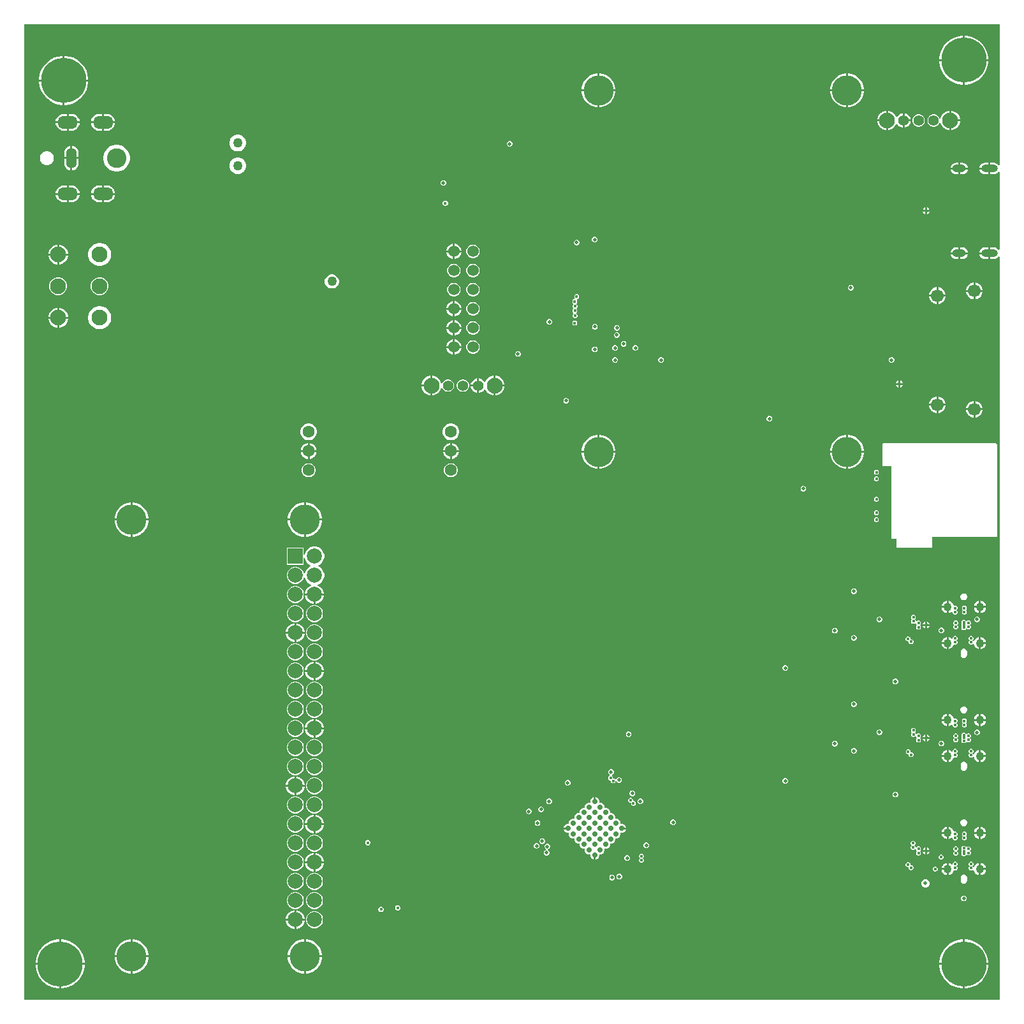
<source format=gbr>
%TF.GenerationSoftware,Altium Limited,Altium Designer,22.1.2 (22)*%
G04 Layer_Physical_Order=2*
G04 Layer_Color=3407820*
%FSLAX26Y26*%
%MOIN*%
%TF.SameCoordinates,4DF63D30-2817-4CE9-9CB3-8786E99D956B*%
%TF.FilePolarity,Positive*%
%TF.FileFunction,Copper,L2,Inr,Signal*%
%TF.Part,Single*%
G01*
G75*
%TA.AperFunction,ComponentPad*%
%ADD68O,0.070866X0.039370*%
%ADD69O,0.086614X0.039370*%
%ADD70C,0.043307*%
%ADD71C,0.082677*%
%ADD72R,0.078740X0.078740*%
%ADD73C,0.078740*%
%ADD74O,0.106299X0.066929*%
%ADD75C,0.102362*%
%ADD76O,0.055118X0.106299*%
%ADD77C,0.055118*%
%ADD78C,0.062992*%
%ADD79C,0.236220*%
%ADD80C,0.066929*%
%ADD81C,0.157480*%
%ADD82C,0.060000*%
%TA.AperFunction,ViaPad*%
%ADD83C,0.015748*%
%ADD84C,0.027559*%
%ADD85C,0.017716*%
%ADD86C,0.019685*%
%ADD87C,0.050000*%
G36*
X6092167Y5358325D02*
X6087167Y5356627D01*
X6084164Y5360542D01*
X6077963Y5365300D01*
X6070742Y5368291D01*
X6062992Y5369311D01*
X6044370D01*
Y5339370D01*
Y5309429D01*
X6062992D01*
X6070742Y5310449D01*
X6077963Y5313440D01*
X6084164Y5318198D01*
X6087167Y5322113D01*
X6092167Y5320415D01*
Y4915805D01*
X6087167Y4914108D01*
X6084164Y4918022D01*
X6077963Y4922780D01*
X6070742Y4925771D01*
X6062992Y4926792D01*
X6044370D01*
Y4896850D01*
Y4866909D01*
X6062992D01*
X6070742Y4867929D01*
X6077963Y4870921D01*
X6084164Y4875679D01*
X6087167Y4879593D01*
X6092167Y4877896D01*
Y994447D01*
X994447D01*
Y6092167D01*
X6092167D01*
Y5358325D01*
D02*
G37*
%LPC*%
G36*
X5915594Y6033622D02*
X5910512D01*
Y5910512D01*
X6033622D01*
Y5915594D01*
X6030467Y5935511D01*
X6024236Y5954689D01*
X6015081Y5972656D01*
X6003229Y5988970D01*
X5988970Y6003229D01*
X5972656Y6015081D01*
X5954689Y6024236D01*
X5935511Y6030467D01*
X5915594Y6033622D01*
D02*
G37*
G36*
X5900512D02*
X5895429D01*
X5875513Y6030467D01*
X5856335Y6024236D01*
X5838367Y6015081D01*
X5822054Y6003229D01*
X5807795Y5988970D01*
X5795942Y5972656D01*
X5786788Y5954689D01*
X5780556Y5935511D01*
X5777402Y5915594D01*
Y5910512D01*
X5900512D01*
Y6033622D01*
D02*
G37*
G36*
X1210082Y5928110D02*
X1205000D01*
Y5805000D01*
X1328110D01*
Y5810083D01*
X1324956Y5829999D01*
X1318724Y5849177D01*
X1309570Y5867144D01*
X1297717Y5883458D01*
X1283458Y5897717D01*
X1267144Y5909570D01*
X1249177Y5918724D01*
X1229999Y5924956D01*
X1210082Y5928110D01*
D02*
G37*
G36*
X1195000D02*
X1189918D01*
X1170001Y5924956D01*
X1150823Y5918724D01*
X1132856Y5909570D01*
X1116542Y5897717D01*
X1102283Y5883458D01*
X1090430Y5867144D01*
X1081276Y5849177D01*
X1075044Y5829999D01*
X1071890Y5810083D01*
Y5805000D01*
X1195000D01*
Y5928110D01*
D02*
G37*
G36*
X6033622Y5900512D02*
X5910512D01*
Y5777402D01*
X5915594D01*
X5935511Y5780556D01*
X5954689Y5786788D01*
X5972656Y5795942D01*
X5988970Y5807795D01*
X6003229Y5822054D01*
X6015081Y5838367D01*
X6024236Y5856335D01*
X6030467Y5875513D01*
X6033622Y5895429D01*
Y5900512D01*
D02*
G37*
G36*
X5900512D02*
X5777402D01*
Y5895429D01*
X5780556Y5875513D01*
X5786788Y5856335D01*
X5795942Y5838367D01*
X5807795Y5822054D01*
X5822054Y5807795D01*
X5838367Y5795942D01*
X5856335Y5786788D01*
X5875513Y5780556D01*
X5895429Y5777402D01*
X5900512D01*
Y5900512D01*
D02*
G37*
G36*
X5304016Y5836772D02*
X5300276D01*
Y5753032D01*
X5384016D01*
Y5756772D01*
X5380605Y5773916D01*
X5373916Y5790066D01*
X5364205Y5804600D01*
X5351844Y5816961D01*
X5337310Y5826672D01*
X5321160Y5833361D01*
X5304016Y5836772D01*
D02*
G37*
G36*
X5290276D02*
X5286535D01*
X5269391Y5833361D01*
X5253241Y5826672D01*
X5238707Y5816961D01*
X5226347Y5804600D01*
X5216635Y5790066D01*
X5209946Y5773916D01*
X5206535Y5756772D01*
Y5753032D01*
X5290276D01*
Y5836772D01*
D02*
G37*
G36*
X4004803D02*
X4001063D01*
Y5753031D01*
X4084803D01*
Y5756772D01*
X4081393Y5773916D01*
X4074704Y5790066D01*
X4064992Y5804600D01*
X4052631Y5816961D01*
X4038097Y5826672D01*
X4021948Y5833361D01*
X4004803Y5836772D01*
D02*
G37*
G36*
X3991063D02*
X3987323D01*
X3970178Y5833361D01*
X3954029Y5826672D01*
X3939494Y5816961D01*
X3927134Y5804600D01*
X3917423Y5790066D01*
X3910733Y5773916D01*
X3907323Y5756772D01*
Y5753031D01*
X3991063D01*
Y5836772D01*
D02*
G37*
G36*
X1328110Y5795000D02*
X1205000D01*
Y5671890D01*
X1210082D01*
X1229999Y5675044D01*
X1249177Y5681276D01*
X1267144Y5690430D01*
X1283458Y5702283D01*
X1297717Y5716542D01*
X1309570Y5732856D01*
X1318724Y5750823D01*
X1324956Y5770001D01*
X1328110Y5789917D01*
Y5795000D01*
D02*
G37*
G36*
X1195000D02*
X1071890D01*
Y5789917D01*
X1075044Y5770001D01*
X1081276Y5750823D01*
X1090430Y5732856D01*
X1102283Y5716542D01*
X1116542Y5702283D01*
X1132856Y5690430D01*
X1150823Y5681276D01*
X1170001Y5675044D01*
X1189918Y5671890D01*
X1195000D01*
Y5795000D01*
D02*
G37*
G36*
X5384016Y5743032D02*
X5300276D01*
Y5659291D01*
X5304016D01*
X5321160Y5662702D01*
X5337310Y5669391D01*
X5351844Y5679102D01*
X5364205Y5691463D01*
X5373916Y5705997D01*
X5380605Y5722147D01*
X5384016Y5739291D01*
Y5743032D01*
D02*
G37*
G36*
X5290276D02*
X5206535D01*
Y5739291D01*
X5209946Y5722147D01*
X5216635Y5705997D01*
X5226347Y5691463D01*
X5238707Y5679102D01*
X5253241Y5669391D01*
X5269391Y5662702D01*
X5286535Y5659291D01*
X5290276D01*
Y5743032D01*
D02*
G37*
G36*
X4084803Y5743031D02*
X4001063D01*
Y5659291D01*
X4004803D01*
X4021948Y5662702D01*
X4038097Y5669391D01*
X4052631Y5679102D01*
X4064992Y5691463D01*
X4074704Y5705997D01*
X4081393Y5722147D01*
X4084803Y5739291D01*
Y5743031D01*
D02*
G37*
G36*
X3991063D02*
X3907323D01*
Y5739291D01*
X3910733Y5722147D01*
X3917423Y5705997D01*
X3927134Y5691463D01*
X3939494Y5679102D01*
X3954029Y5669391D01*
X3970178Y5662702D01*
X3987323Y5659291D01*
X3991063D01*
Y5743031D01*
D02*
G37*
G36*
X5829646Y5641890D02*
X5827887D01*
X5814830Y5638391D01*
X5803123Y5631632D01*
X5793565Y5622074D01*
X5786806Y5610367D01*
X5784165Y5600512D01*
X5778989D01*
X5778298Y5603088D01*
X5774022Y5610495D01*
X5767975Y5616542D01*
X5760568Y5620818D01*
X5752308Y5623032D01*
X5743755D01*
X5735495Y5620818D01*
X5728088Y5616542D01*
X5722041Y5610495D01*
X5717765Y5603088D01*
X5715551Y5594827D01*
Y5586275D01*
X5717765Y5578014D01*
X5722041Y5570608D01*
X5728088Y5564560D01*
X5735495Y5560284D01*
X5743755Y5558071D01*
X5752308D01*
X5760568Y5560284D01*
X5767975Y5564560D01*
X5774022Y5570608D01*
X5778298Y5578014D01*
X5778989Y5580590D01*
X5784165D01*
X5786806Y5570735D01*
X5793565Y5559029D01*
X5803123Y5549470D01*
X5814830Y5542711D01*
X5827887Y5539213D01*
X5829646D01*
Y5590551D01*
Y5641890D01*
D02*
G37*
G36*
X5595551Y5628095D02*
Y5595551D01*
X5628095D01*
X5625551Y5605048D01*
X5620606Y5613613D01*
X5613613Y5620606D01*
X5605048Y5625551D01*
X5595551Y5628095D01*
D02*
G37*
G36*
X5841404Y5641890D02*
X5839646D01*
Y5595551D01*
X5885984D01*
Y5597310D01*
X5882486Y5610367D01*
X5875727Y5622074D01*
X5866168Y5631632D01*
X5854462Y5638391D01*
X5841404Y5641890D01*
D02*
G37*
G36*
X5498937D02*
X5497178D01*
X5484121Y5638391D01*
X5472414Y5631632D01*
X5462856Y5622074D01*
X5456097Y5610367D01*
X5452598Y5597310D01*
Y5595551D01*
X5498937D01*
Y5641890D01*
D02*
G37*
G36*
X1425197Y5624548D02*
X1410512D01*
Y5585709D01*
X1468378D01*
X1467543Y5592055D01*
X1463163Y5602628D01*
X1456196Y5611708D01*
X1447117Y5618675D01*
X1436543Y5623055D01*
X1425197Y5624548D01*
D02*
G37*
G36*
X1400512D02*
X1385827D01*
X1374480Y5623055D01*
X1363907Y5618675D01*
X1354827Y5611708D01*
X1347861Y5602628D01*
X1343481Y5592055D01*
X1342645Y5585709D01*
X1400512D01*
Y5624548D01*
D02*
G37*
G36*
X1240158D02*
X1225472D01*
Y5585709D01*
X1283339D01*
X1282503Y5592055D01*
X1278124Y5602628D01*
X1271157Y5611708D01*
X1262077Y5618675D01*
X1251504Y5623055D01*
X1240158Y5624548D01*
D02*
G37*
G36*
X1215472D02*
X1200787D01*
X1189441Y5623055D01*
X1178868Y5618675D01*
X1169788Y5611708D01*
X1162821Y5602628D01*
X1158441Y5592055D01*
X1157606Y5585709D01*
X1215472D01*
Y5624548D01*
D02*
G37*
G36*
X5673567Y5623032D02*
X5665015D01*
X5656754Y5620818D01*
X5649348Y5616542D01*
X5643301Y5610495D01*
X5639025Y5603088D01*
X5636811Y5594827D01*
Y5586275D01*
X5639025Y5578014D01*
X5643301Y5570608D01*
X5649348Y5564560D01*
X5656754Y5560284D01*
X5665015Y5558071D01*
X5673567D01*
X5681828Y5560284D01*
X5689235Y5564560D01*
X5695282Y5570608D01*
X5699558Y5578014D01*
X5701772Y5586275D01*
Y5594827D01*
X5699558Y5603088D01*
X5695282Y5610495D01*
X5689235Y5616542D01*
X5681828Y5620818D01*
X5673567Y5623032D01*
D02*
G37*
G36*
X5628095Y5585551D02*
X5595551D01*
Y5553007D01*
X5605048Y5555552D01*
X5613613Y5560497D01*
X5620606Y5567489D01*
X5625551Y5576054D01*
X5628095Y5585551D01*
D02*
G37*
G36*
X5510696Y5641890D02*
X5508937D01*
Y5590551D01*
Y5539213D01*
X5510696D01*
X5523753Y5542711D01*
X5535460Y5549470D01*
X5545018Y5559029D01*
X5551777Y5570735D01*
X5552117Y5572003D01*
X5557483Y5572710D01*
X5560496Y5567489D01*
X5567489Y5560497D01*
X5576054Y5555552D01*
X5585551Y5553007D01*
Y5590551D01*
X5590551D01*
D01*
X5585551D01*
Y5628095D01*
X5576054Y5625551D01*
X5567489Y5620606D01*
X5560496Y5613613D01*
X5557483Y5608393D01*
X5552117Y5609099D01*
X5551777Y5610367D01*
X5545018Y5622074D01*
X5535460Y5631632D01*
X5523753Y5638391D01*
X5510696Y5641890D01*
D02*
G37*
G36*
X5885984Y5585551D02*
X5839646D01*
Y5539213D01*
X5841404D01*
X5854462Y5542711D01*
X5866168Y5549470D01*
X5875727Y5559029D01*
X5882486Y5570735D01*
X5885984Y5583792D01*
Y5585551D01*
D02*
G37*
G36*
X5498937D02*
X5452598D01*
Y5583792D01*
X5456097Y5570735D01*
X5462856Y5559029D01*
X5472414Y5549470D01*
X5484121Y5542711D01*
X5497178Y5539213D01*
X5498937D01*
Y5585551D01*
D02*
G37*
G36*
X1468378Y5575709D02*
X1410512D01*
Y5536869D01*
X1425197D01*
X1436543Y5538363D01*
X1447117Y5542743D01*
X1456196Y5549709D01*
X1463163Y5558789D01*
X1467543Y5569362D01*
X1468378Y5575709D01*
D02*
G37*
G36*
X1400512D02*
X1342645D01*
X1343481Y5569362D01*
X1347861Y5558789D01*
X1354827Y5549709D01*
X1363907Y5542743D01*
X1374480Y5538363D01*
X1385827Y5536869D01*
X1400512D01*
Y5575709D01*
D02*
G37*
G36*
X1283339Y5575709D02*
X1225472D01*
Y5536869D01*
X1240158D01*
X1251504Y5538363D01*
X1262077Y5542743D01*
X1271157Y5549709D01*
X1278124Y5558789D01*
X1282503Y5569362D01*
X1283339Y5575709D01*
D02*
G37*
G36*
X1215472D02*
X1157606D01*
X1158441Y5569362D01*
X1162821Y5558789D01*
X1169788Y5549709D01*
X1178868Y5542743D01*
X1189441Y5538363D01*
X1200787Y5536869D01*
X1215472D01*
Y5575709D01*
D02*
G37*
G36*
X3534433Y5483268D02*
X3528559D01*
X3523133Y5481020D01*
X3518980Y5476867D01*
X3516732Y5471441D01*
Y5465567D01*
X3518980Y5460141D01*
X3523133Y5455988D01*
X3528559Y5453740D01*
X3534433D01*
X3539859Y5455988D01*
X3544012Y5460141D01*
X3546260Y5465567D01*
Y5471441D01*
X3544012Y5476867D01*
X3539859Y5481020D01*
X3534433Y5483268D01*
D02*
G37*
G36*
X2115990Y5516142D02*
X2104483D01*
X2093368Y5513164D01*
X2083403Y5507410D01*
X2075267Y5499274D01*
X2069514Y5489309D01*
X2066535Y5478194D01*
Y5466688D01*
X2069514Y5455573D01*
X2075267Y5445608D01*
X2083403Y5437472D01*
X2093368Y5431718D01*
X2104483Y5428740D01*
X2115990D01*
X2127104Y5431718D01*
X2137069Y5437472D01*
X2145206Y5445608D01*
X2150959Y5455573D01*
X2153937Y5466688D01*
Y5478194D01*
X2150959Y5489309D01*
X2145206Y5499274D01*
X2137069Y5507410D01*
X2127104Y5513164D01*
X2115990Y5516142D01*
D02*
G37*
G36*
X1245158Y5456516D02*
Y5398701D01*
X1278041D01*
Y5419291D01*
X1276750Y5429096D01*
X1272965Y5438233D01*
X1266945Y5446079D01*
X1259099Y5452099D01*
X1249962Y5455884D01*
X1245158Y5456516D01*
D02*
G37*
G36*
X1235158D02*
X1230353Y5455884D01*
X1221216Y5452099D01*
X1213370Y5446079D01*
X1207350Y5438233D01*
X1203565Y5429096D01*
X1202274Y5419291D01*
Y5398701D01*
X1235158D01*
Y5456516D01*
D02*
G37*
G36*
X1116999Y5430118D02*
X1107410D01*
X1098148Y5427636D01*
X1089844Y5422842D01*
X1083064Y5416061D01*
X1078269Y5407757D01*
X1075787Y5398495D01*
Y5388906D01*
X1078269Y5379644D01*
X1083064Y5371340D01*
X1089844Y5364560D01*
X1098148Y5359765D01*
X1107410Y5357283D01*
X1116999D01*
X1126261Y5359765D01*
X1134565Y5364560D01*
X1141346Y5371340D01*
X1146140Y5379644D01*
X1148622Y5388906D01*
Y5398495D01*
X1146140Y5407757D01*
X1141346Y5416061D01*
X1134565Y5422842D01*
X1126261Y5427636D01*
X1116999Y5430118D01*
D02*
G37*
G36*
X6034370Y5369311D02*
X6015748D01*
X6007999Y5368291D01*
X6000777Y5365300D01*
X5994576Y5360542D01*
X5989818Y5354341D01*
X5986827Y5347119D01*
X5986465Y5344370D01*
X6034370D01*
Y5369311D01*
D02*
G37*
G36*
X5897638D02*
X5886890D01*
Y5344370D01*
X5926921D01*
X5926559Y5347119D01*
X5923568Y5354341D01*
X5918809Y5360542D01*
X5912608Y5365300D01*
X5905387Y5368291D01*
X5897638Y5369311D01*
D02*
G37*
G36*
X5876890D02*
X5866142D01*
X5858392Y5368291D01*
X5851171Y5365300D01*
X5844970Y5360542D01*
X5840212Y5354341D01*
X5837221Y5347119D01*
X5836859Y5344370D01*
X5876890D01*
Y5369311D01*
D02*
G37*
G36*
X1278041Y5388701D02*
X1245158D01*
Y5330885D01*
X1249962Y5331518D01*
X1259099Y5335302D01*
X1266945Y5341323D01*
X1272965Y5349169D01*
X1276750Y5358305D01*
X1278041Y5368110D01*
Y5388701D01*
D02*
G37*
G36*
X1235158D02*
X1202274D01*
Y5368110D01*
X1203565Y5358305D01*
X1207350Y5349169D01*
X1213370Y5341323D01*
X1221216Y5335302D01*
X1230353Y5331518D01*
X1235158Y5330885D01*
Y5388701D01*
D02*
G37*
G36*
X1483261Y5463583D02*
X1469495D01*
X1455994Y5460897D01*
X1443276Y5455629D01*
X1431831Y5447982D01*
X1422097Y5438248D01*
X1414449Y5426802D01*
X1409181Y5414085D01*
X1406496Y5400584D01*
Y5386818D01*
X1409181Y5373317D01*
X1414449Y5360599D01*
X1422097Y5349154D01*
X1431831Y5339420D01*
X1443276Y5331772D01*
X1455994Y5326504D01*
X1469495Y5323819D01*
X1483261D01*
X1496762Y5326504D01*
X1509479Y5331772D01*
X1520925Y5339420D01*
X1530659Y5349154D01*
X1538306Y5360599D01*
X1543574Y5373317D01*
X1546260Y5386818D01*
Y5400584D01*
X1543574Y5414085D01*
X1538306Y5426802D01*
X1530659Y5438248D01*
X1520925Y5447982D01*
X1509479Y5455629D01*
X1496762Y5460897D01*
X1483261Y5463583D01*
D02*
G37*
G36*
X2115990Y5398032D02*
X2104483D01*
X2093368Y5395053D01*
X2083403Y5389300D01*
X2075267Y5381164D01*
X2069514Y5371199D01*
X2066535Y5360084D01*
Y5348577D01*
X2069514Y5337463D01*
X2075267Y5327498D01*
X2083403Y5319361D01*
X2093368Y5313608D01*
X2104483Y5310630D01*
X2115990D01*
X2127104Y5313608D01*
X2137069Y5319361D01*
X2145206Y5327498D01*
X2150959Y5337463D01*
X2153937Y5348577D01*
Y5360084D01*
X2150959Y5371199D01*
X2145206Y5381164D01*
X2137069Y5389300D01*
X2127104Y5395053D01*
X2115990Y5398032D01*
D02*
G37*
G36*
X6034370Y5334370D02*
X5986465D01*
X5986827Y5331621D01*
X5989818Y5324399D01*
X5994576Y5318198D01*
X6000777Y5313440D01*
X6007999Y5310449D01*
X6015748Y5309429D01*
X6034370D01*
Y5334370D01*
D02*
G37*
G36*
X5926921Y5334370D02*
X5886890D01*
Y5309429D01*
X5897638D01*
X5905387Y5310449D01*
X5912608Y5313440D01*
X5918809Y5318198D01*
X5923568Y5324399D01*
X5926559Y5331621D01*
X5926921Y5334370D01*
D02*
G37*
G36*
X5876890D02*
X5836859D01*
X5837221Y5331621D01*
X5840212Y5324399D01*
X5844970Y5318198D01*
X5851171Y5313440D01*
X5858392Y5310449D01*
X5866142Y5309429D01*
X5876890D01*
Y5334370D01*
D02*
G37*
G36*
X3187976Y5278543D02*
X3182103D01*
X3176676Y5276296D01*
X3172523Y5272142D01*
X3170276Y5266716D01*
Y5260843D01*
X3172523Y5255417D01*
X3176676Y5251263D01*
X3182103Y5249016D01*
X3187976D01*
X3193402Y5251263D01*
X3197555Y5255417D01*
X3199803Y5260843D01*
Y5266716D01*
X3197555Y5272142D01*
X3193402Y5276296D01*
X3187976Y5278543D01*
D02*
G37*
G36*
X1240158Y5250533D02*
X1225472D01*
Y5211693D01*
X1283339D01*
X1282503Y5218039D01*
X1278124Y5228613D01*
X1271157Y5237692D01*
X1262077Y5244659D01*
X1251504Y5249039D01*
X1240158Y5250533D01*
D02*
G37*
G36*
X1215472D02*
X1200787D01*
X1189441Y5249039D01*
X1178868Y5244659D01*
X1169788Y5237692D01*
X1162821Y5228613D01*
X1158441Y5218039D01*
X1157606Y5211693D01*
X1215472D01*
Y5250533D01*
D02*
G37*
G36*
X1425197D02*
X1410512D01*
Y5211693D01*
X1468378D01*
X1467543Y5218039D01*
X1463163Y5228613D01*
X1456196Y5237692D01*
X1447117Y5244659D01*
X1436543Y5249039D01*
X1425197Y5250533D01*
D02*
G37*
G36*
X1400512D02*
X1385827D01*
X1374480Y5249039D01*
X1363907Y5244659D01*
X1354827Y5237692D01*
X1347861Y5228613D01*
X1343481Y5218039D01*
X1342645Y5211693D01*
X1400512D01*
Y5250533D01*
D02*
G37*
G36*
X1468378Y5201693D02*
X1410512D01*
Y5162853D01*
X1425197D01*
X1436543Y5164347D01*
X1447117Y5168727D01*
X1456196Y5175694D01*
X1463163Y5184773D01*
X1467543Y5195346D01*
X1468378Y5201693D01*
D02*
G37*
G36*
X1400512D02*
X1342645D01*
X1343481Y5195346D01*
X1347861Y5184773D01*
X1354827Y5175694D01*
X1363907Y5168727D01*
X1374480Y5164347D01*
X1385827Y5162853D01*
X1400512D01*
Y5201693D01*
D02*
G37*
G36*
X1283339Y5201693D02*
X1225472D01*
Y5162853D01*
X1240158D01*
X1251504Y5164347D01*
X1262077Y5168727D01*
X1271157Y5175694D01*
X1278124Y5184773D01*
X1282503Y5195346D01*
X1283339Y5201693D01*
D02*
G37*
G36*
X1215472D02*
X1157606D01*
X1158441Y5195346D01*
X1162821Y5184773D01*
X1169788Y5175694D01*
X1178868Y5168727D01*
X1189441Y5164347D01*
X1200787Y5162853D01*
X1215472D01*
Y5201693D01*
D02*
G37*
G36*
X3197741Y5171779D02*
X3192259D01*
X3187195Y5169682D01*
X3183318Y5165806D01*
X3181220Y5160741D01*
Y5155259D01*
X3183318Y5150194D01*
X3187195Y5146318D01*
X3192259Y5144221D01*
X3197741D01*
X3202805Y5146318D01*
X3206682Y5150194D01*
X3208780Y5155259D01*
Y5160741D01*
X3206682Y5165806D01*
X3202805Y5169682D01*
X3197741Y5171779D01*
D02*
G37*
G36*
X5713661Y5135386D02*
Y5123110D01*
X5725937D01*
X5723814Y5128235D01*
X5718786Y5133263D01*
X5713661Y5135386D01*
D02*
G37*
G36*
X5703661D02*
X5698537Y5133263D01*
X5693508Y5128235D01*
X5691386Y5123110D01*
X5703661D01*
Y5135386D01*
D02*
G37*
G36*
X5725937Y5113110D02*
X5713661D01*
Y5100835D01*
X5718786Y5102957D01*
X5723814Y5107985D01*
X5725937Y5113110D01*
D02*
G37*
G36*
X5703661D02*
X5691386D01*
X5693508Y5107985D01*
X5698537Y5102957D01*
X5703661Y5100835D01*
Y5113110D01*
D02*
G37*
G36*
X3978937Y4982764D02*
X3973063D01*
X3967637Y4980516D01*
X3963484Y4976363D01*
X3961236Y4970937D01*
Y4965063D01*
X3963484Y4959637D01*
X3967637Y4955484D01*
X3973063Y4953236D01*
X3978937D01*
X3984363Y4955484D01*
X3988516Y4959637D01*
X3990764Y4965063D01*
Y4970937D01*
X3988516Y4976363D01*
X3984363Y4980516D01*
X3978937Y4982764D01*
D02*
G37*
G36*
X3884827Y4967520D02*
X3878953D01*
X3873527Y4965272D01*
X3869374Y4961119D01*
X3867126Y4955693D01*
Y4949819D01*
X3869374Y4944393D01*
X3873527Y4940240D01*
X3878953Y4937992D01*
X3884827D01*
X3890253Y4940240D01*
X3894406Y4944393D01*
X3896654Y4949819D01*
Y4955693D01*
X3894406Y4961119D01*
X3890253Y4965272D01*
X3884827Y4967520D01*
D02*
G37*
G36*
X3245227Y4946299D02*
X3244961D01*
Y4911299D01*
X3279961D01*
Y4911565D01*
X3277235Y4921739D01*
X3271969Y4930860D01*
X3264521Y4938307D01*
X3255400Y4943573D01*
X3245227Y4946299D01*
D02*
G37*
G36*
X3234961D02*
X3234695D01*
X3224521Y4943573D01*
X3215400Y4938307D01*
X3207953Y4930860D01*
X3202686Y4921739D01*
X3199961Y4911565D01*
Y4911299D01*
X3234961D01*
Y4946299D01*
D02*
G37*
G36*
X5897638Y4926792D02*
X5886890D01*
Y4901851D01*
X5926921D01*
X5926559Y4904600D01*
X5923568Y4911821D01*
X5918809Y4918022D01*
X5912608Y4922780D01*
X5905387Y4925771D01*
X5897638Y4926792D01*
D02*
G37*
G36*
X5876890D02*
X5866142D01*
X5858392Y4925771D01*
X5851171Y4922780D01*
X5844970Y4918022D01*
X5840212Y4911821D01*
X5837221Y4904600D01*
X5836859Y4901851D01*
X5876890D01*
Y4926792D01*
D02*
G37*
G36*
X6034370D02*
X6015748D01*
X6007999Y4925771D01*
X6000777Y4922780D01*
X5994576Y4918022D01*
X5989818Y4911821D01*
X5986827Y4904600D01*
X5986465Y4901850D01*
X6034370D01*
Y4926792D01*
D02*
G37*
G36*
X1178019Y4941102D02*
X1176260D01*
Y4894764D01*
X1222599D01*
Y4896523D01*
X1219100Y4909580D01*
X1212341Y4921286D01*
X1202783Y4930845D01*
X1191076Y4937604D01*
X1178019Y4941102D01*
D02*
G37*
G36*
X1166260D02*
X1164501D01*
X1151444Y4937604D01*
X1139737Y4930845D01*
X1130179Y4921286D01*
X1123420Y4909580D01*
X1119921Y4896523D01*
Y4894764D01*
X1166260D01*
Y4941102D01*
D02*
G37*
G36*
X3344558Y4941221D02*
X3335363D01*
X3326481Y4938841D01*
X3318518Y4934243D01*
X3312017Y4927741D01*
X3307419Y4919778D01*
X3305039Y4910897D01*
Y4901702D01*
X3307419Y4892820D01*
X3312017Y4884857D01*
X3318518Y4878355D01*
X3326481Y4873758D01*
X3335363Y4871378D01*
X3344558D01*
X3353440Y4873758D01*
X3361403Y4878355D01*
X3367905Y4884857D01*
X3372502Y4892820D01*
X3374882Y4901702D01*
Y4910897D01*
X3372502Y4919778D01*
X3367905Y4927741D01*
X3361403Y4934243D01*
X3353440Y4938841D01*
X3344558Y4941221D01*
D02*
G37*
G36*
X6034370Y4891850D02*
X5986465D01*
X5986827Y4889101D01*
X5989818Y4881880D01*
X5994576Y4875679D01*
X6000777Y4870921D01*
X6007999Y4867929D01*
X6015748Y4866909D01*
X6034370D01*
Y4891850D01*
D02*
G37*
G36*
X5926921Y4891851D02*
X5886890D01*
Y4866909D01*
X5897638D01*
X5905387Y4867929D01*
X5912608Y4870921D01*
X5918809Y4875679D01*
X5923568Y4881880D01*
X5926559Y4889101D01*
X5926921Y4891851D01*
D02*
G37*
G36*
X5876890D02*
X5836859D01*
X5837221Y4889101D01*
X5840212Y4881880D01*
X5844970Y4875679D01*
X5851171Y4870921D01*
X5858392Y4867929D01*
X5866142Y4866909D01*
X5876890D01*
Y4891851D01*
D02*
G37*
G36*
X3279961Y4901299D02*
X3244961D01*
Y4866299D01*
X3245227D01*
X3255400Y4869025D01*
X3264521Y4874291D01*
X3271969Y4881739D01*
X3277235Y4890860D01*
X3279961Y4901033D01*
Y4901299D01*
D02*
G37*
G36*
X3234961D02*
X3199961D01*
Y4901033D01*
X3202686Y4890860D01*
X3207953Y4881739D01*
X3215400Y4874291D01*
X3224521Y4869025D01*
X3234695Y4866299D01*
X3234961D01*
Y4901299D01*
D02*
G37*
G36*
X1222599Y4884764D02*
X1176260D01*
Y4838425D01*
X1178019D01*
X1191076Y4841924D01*
X1202783Y4848683D01*
X1212341Y4858241D01*
X1219100Y4869948D01*
X1222599Y4883005D01*
Y4884764D01*
D02*
G37*
G36*
X1166260D02*
X1119921D01*
Y4883005D01*
X1123420Y4869948D01*
X1130179Y4858241D01*
X1139737Y4848683D01*
X1151444Y4841924D01*
X1164501Y4838425D01*
X1166260D01*
Y4884764D01*
D02*
G37*
G36*
X1393709Y4949803D02*
X1381882D01*
X1370283Y4947496D01*
X1359356Y4942970D01*
X1349522Y4936399D01*
X1341160Y4928037D01*
X1334589Y4918203D01*
X1330063Y4907276D01*
X1327756Y4895677D01*
Y4883850D01*
X1330063Y4872251D01*
X1334589Y4861324D01*
X1341160Y4851491D01*
X1349522Y4843128D01*
X1359356Y4836557D01*
X1370283Y4832032D01*
X1381882Y4829724D01*
X1393709D01*
X1405308Y4832032D01*
X1416235Y4836557D01*
X1426068Y4843128D01*
X1434431Y4851491D01*
X1441002Y4861324D01*
X1445527Y4872251D01*
X1447835Y4883850D01*
Y4895677D01*
X1445527Y4907276D01*
X1441002Y4918203D01*
X1434431Y4928037D01*
X1426068Y4936399D01*
X1416235Y4942970D01*
X1405308Y4947496D01*
X1393709Y4949803D01*
D02*
G37*
G36*
X3344558Y4841221D02*
X3335363D01*
X3326481Y4838841D01*
X3318518Y4834243D01*
X3312017Y4827741D01*
X3307419Y4819778D01*
X3305039Y4810897D01*
Y4801702D01*
X3307419Y4792820D01*
X3312017Y4784857D01*
X3318518Y4778355D01*
X3326481Y4773758D01*
X3335363Y4771378D01*
X3344558D01*
X3353440Y4773758D01*
X3361403Y4778355D01*
X3367905Y4784857D01*
X3372502Y4792820D01*
X3374882Y4801702D01*
Y4810897D01*
X3372502Y4819778D01*
X3367905Y4827741D01*
X3361403Y4834243D01*
X3353440Y4838841D01*
X3344558Y4841221D01*
D02*
G37*
G36*
X3244558D02*
X3235363D01*
X3226481Y4838841D01*
X3218518Y4834243D01*
X3212017Y4827741D01*
X3207419Y4819778D01*
X3205039Y4810897D01*
Y4801702D01*
X3207419Y4792820D01*
X3212017Y4784857D01*
X3218518Y4778355D01*
X3226481Y4773758D01*
X3235363Y4771378D01*
X3244558D01*
X3253440Y4773758D01*
X3261403Y4778355D01*
X3267905Y4784857D01*
X3272502Y4792820D01*
X3274882Y4801702D01*
Y4810897D01*
X3272502Y4819778D01*
X3267905Y4827741D01*
X3261403Y4834243D01*
X3253440Y4838841D01*
X3244558Y4841221D01*
D02*
G37*
G36*
X2606846Y4785811D02*
X2597154D01*
X2587791Y4783302D01*
X2579398Y4778456D01*
X2572544Y4771602D01*
X2567698Y4763208D01*
X2565189Y4753846D01*
Y4744154D01*
X2567698Y4734792D01*
X2572544Y4726398D01*
X2579398Y4719544D01*
X2587791Y4714698D01*
X2597154Y4712189D01*
X2606846D01*
X2616209Y4714698D01*
X2624602Y4719544D01*
X2631456Y4726398D01*
X2636302Y4734792D01*
X2638811Y4744154D01*
Y4753846D01*
X2636302Y4763208D01*
X2631456Y4771602D01*
X2624602Y4778456D01*
X2616209Y4783302D01*
X2606846Y4785811D01*
D02*
G37*
G36*
X5966352Y4742283D02*
X5965630D01*
Y4703819D01*
X6004095D01*
Y4704541D01*
X6001132Y4715596D01*
X5995410Y4725507D01*
X5987318Y4733599D01*
X5977407Y4739321D01*
X5966352Y4742283D01*
D02*
G37*
G36*
X5955630D02*
X5954908D01*
X5943853Y4739321D01*
X5933942Y4733599D01*
X5925850Y4725507D01*
X5920127Y4715596D01*
X5917166Y4704541D01*
Y4703819D01*
X5955630D01*
Y4742283D01*
D02*
G37*
G36*
X5317897Y4731299D02*
X5312024D01*
X5306598Y4729051D01*
X5302444Y4724898D01*
X5300197Y4719472D01*
Y4713599D01*
X5302444Y4708172D01*
X5306598Y4704019D01*
X5312024Y4701772D01*
X5317897D01*
X5323324Y4704019D01*
X5327477Y4708172D01*
X5329724Y4713599D01*
Y4719472D01*
X5327477Y4724898D01*
X5323324Y4729051D01*
X5317897Y4731299D01*
D02*
G37*
G36*
X5773439Y4718661D02*
X5772717D01*
Y4680197D01*
X5811181D01*
Y4680919D01*
X5808219Y4691974D01*
X5802497Y4701885D01*
X5794404Y4709977D01*
X5784493Y4715699D01*
X5773439Y4718661D01*
D02*
G37*
G36*
X5762717D02*
X5761994D01*
X5750940Y4715699D01*
X5741029Y4709977D01*
X5732936Y4701885D01*
X5727214Y4691974D01*
X5724252Y4680919D01*
Y4680197D01*
X5762717D01*
Y4718661D01*
D02*
G37*
G36*
X1393886Y4770669D02*
X1381705D01*
X1369940Y4767517D01*
X1359391Y4761427D01*
X1350778Y4752814D01*
X1344688Y4742265D01*
X1341535Y4730500D01*
Y4718319D01*
X1344688Y4706554D01*
X1350778Y4696005D01*
X1359391Y4687392D01*
X1369940Y4681302D01*
X1381705Y4678150D01*
X1393886D01*
X1405651Y4681302D01*
X1416200Y4687392D01*
X1424812Y4696005D01*
X1430903Y4706554D01*
X1434055Y4718319D01*
Y4730500D01*
X1430903Y4742265D01*
X1424812Y4752814D01*
X1416200Y4761427D01*
X1405651Y4767517D01*
X1393886Y4770669D01*
D02*
G37*
G36*
X1177350D02*
X1165170D01*
X1153404Y4767517D01*
X1142856Y4761427D01*
X1134243Y4752814D01*
X1128152Y4742265D01*
X1125000Y4730500D01*
Y4718319D01*
X1128152Y4706554D01*
X1134243Y4696005D01*
X1142856Y4687392D01*
X1153404Y4681302D01*
X1165170Y4678150D01*
X1177350D01*
X1189116Y4681302D01*
X1199664Y4687392D01*
X1208277Y4696005D01*
X1214367Y4706554D01*
X1217520Y4718319D01*
Y4730500D01*
X1214367Y4742265D01*
X1208277Y4752814D01*
X1199664Y4761427D01*
X1189116Y4767517D01*
X1177350Y4770669D01*
D02*
G37*
G36*
X3344558Y4741221D02*
X3335363D01*
X3326481Y4738841D01*
X3318518Y4734243D01*
X3312017Y4727741D01*
X3307419Y4719778D01*
X3305039Y4710897D01*
Y4701702D01*
X3307419Y4692820D01*
X3312017Y4684857D01*
X3318518Y4678355D01*
X3326481Y4673758D01*
X3335363Y4671378D01*
X3344558D01*
X3353440Y4673758D01*
X3361403Y4678355D01*
X3367905Y4684857D01*
X3372502Y4692820D01*
X3374882Y4701702D01*
Y4710897D01*
X3372502Y4719778D01*
X3367905Y4727741D01*
X3361403Y4734243D01*
X3353440Y4738841D01*
X3344558Y4741221D01*
D02*
G37*
G36*
X3244558D02*
X3235363D01*
X3226481Y4738841D01*
X3218518Y4734243D01*
X3212017Y4727741D01*
X3207419Y4719778D01*
X3205039Y4710897D01*
Y4701702D01*
X3207419Y4692820D01*
X3212017Y4684857D01*
X3218518Y4678355D01*
X3226481Y4673758D01*
X3235363Y4671378D01*
X3244558D01*
X3253440Y4673758D01*
X3261403Y4678355D01*
X3267905Y4684857D01*
X3272502Y4692820D01*
X3274882Y4701702D01*
Y4710897D01*
X3272502Y4719778D01*
X3267905Y4727741D01*
X3261403Y4734243D01*
X3253440Y4738841D01*
X3244558Y4741221D01*
D02*
G37*
G36*
X6004095Y4693819D02*
X5965630D01*
Y4655354D01*
X5966352D01*
X5977407Y4658316D01*
X5987318Y4664039D01*
X5995410Y4672131D01*
X6001132Y4682042D01*
X6004095Y4693097D01*
Y4693819D01*
D02*
G37*
G36*
X5955630D02*
X5917166D01*
Y4693097D01*
X5920127Y4682042D01*
X5925850Y4672131D01*
X5933942Y4664039D01*
X5943853Y4658316D01*
X5954908Y4655354D01*
X5955630D01*
Y4693819D01*
D02*
G37*
G36*
X5811181Y4670197D02*
X5772717D01*
Y4631732D01*
X5773439D01*
X5784493Y4634694D01*
X5794404Y4640417D01*
X5802497Y4648509D01*
X5808219Y4658420D01*
X5811181Y4669475D01*
Y4670197D01*
D02*
G37*
G36*
X5762717D02*
X5724252D01*
Y4669475D01*
X5727214Y4658420D01*
X5732936Y4648509D01*
X5741029Y4640417D01*
X5750940Y4634694D01*
X5761994Y4631732D01*
X5762717D01*
Y4670197D01*
D02*
G37*
G36*
X3245227Y4646299D02*
X3244961D01*
Y4611299D01*
X3279961D01*
Y4611565D01*
X3277235Y4621739D01*
X3271969Y4630860D01*
X3264521Y4638307D01*
X3255400Y4643573D01*
X3245227Y4646299D01*
D02*
G37*
G36*
X3234961D02*
X3234695D01*
X3224521Y4643573D01*
X3215400Y4638307D01*
X3207953Y4630860D01*
X3202686Y4621739D01*
X3199961Y4611565D01*
Y4611299D01*
X3234961D01*
Y4646299D01*
D02*
G37*
G36*
X3344558Y4641221D02*
X3335363D01*
X3326481Y4638841D01*
X3318518Y4634243D01*
X3312017Y4627741D01*
X3307419Y4619778D01*
X3305039Y4610897D01*
Y4601702D01*
X3307419Y4592820D01*
X3312017Y4584857D01*
X3318518Y4578355D01*
X3326481Y4573758D01*
X3335363Y4571378D01*
X3344558D01*
X3353440Y4573758D01*
X3361403Y4578355D01*
X3367905Y4584857D01*
X3372502Y4592820D01*
X3374882Y4601702D01*
Y4610897D01*
X3372502Y4619778D01*
X3367905Y4627741D01*
X3361403Y4634243D01*
X3353440Y4638841D01*
X3344558Y4641221D01*
D02*
G37*
G36*
X3279961Y4601299D02*
X3244961D01*
Y4566299D01*
X3245227D01*
X3255400Y4569025D01*
X3264521Y4574291D01*
X3271969Y4581739D01*
X3277235Y4590860D01*
X3279961Y4601033D01*
Y4601299D01*
D02*
G37*
G36*
X3234961D02*
X3199961D01*
Y4601033D01*
X3202686Y4590860D01*
X3207953Y4581739D01*
X3215400Y4574291D01*
X3224521Y4569025D01*
X3234695Y4566299D01*
X3234961D01*
Y4601299D01*
D02*
G37*
G36*
X1178019Y4610394D02*
X1176260D01*
Y4564055D01*
X1222599D01*
Y4565814D01*
X1219100Y4578871D01*
X1212341Y4590578D01*
X1202783Y4600136D01*
X1191076Y4606895D01*
X1178019Y4610394D01*
D02*
G37*
G36*
X1166260D02*
X1164501D01*
X1151444Y4606895D01*
X1139737Y4600136D01*
X1130179Y4590578D01*
X1123420Y4578871D01*
X1119921Y4565814D01*
Y4564055D01*
X1166260D01*
Y4610394D01*
D02*
G37*
G36*
X3884435Y4682087D02*
X3879345D01*
X3874642Y4680139D01*
X3871042Y4676539D01*
X3869095Y4671836D01*
Y4666746D01*
X3871042Y4662043D01*
X3870387Y4660220D01*
X3868909Y4657106D01*
X3864629Y4655333D01*
X3861030Y4651734D01*
X3859082Y4647031D01*
Y4641941D01*
X3861030Y4637238D01*
X3863820Y4634448D01*
X3864564Y4632674D01*
X3864277Y4628372D01*
X3862153Y4626248D01*
X3860205Y4621545D01*
Y4616455D01*
X3862153Y4611752D01*
X3862638Y4611266D01*
X3864687Y4606983D01*
X3862638Y4604734D01*
X3861153Y4603248D01*
X3859205Y4598545D01*
Y4593455D01*
X3861153Y4588752D01*
X3864752Y4585153D01*
X3864899Y4584759D01*
X3865217Y4579548D01*
X3862800Y4577131D01*
X3860852Y4572428D01*
Y4567338D01*
X3862800Y4562635D01*
X3866399Y4559036D01*
X3871102Y4557088D01*
X3876193D01*
X3880896Y4559036D01*
X3884495Y4562635D01*
X3886443Y4567338D01*
Y4572428D01*
X3884495Y4577131D01*
X3880896Y4580731D01*
X3880749Y4581125D01*
X3880431Y4586335D01*
X3882847Y4588752D01*
X3884795Y4593455D01*
Y4598545D01*
X3882847Y4603248D01*
X3882362Y4603734D01*
X3880313Y4608017D01*
X3882362Y4610266D01*
X3883847Y4611752D01*
X3885795Y4616455D01*
Y4621545D01*
X3883847Y4626248D01*
X3881057Y4629038D01*
X3880312Y4630811D01*
X3880600Y4635114D01*
X3882724Y4637238D01*
X3884672Y4641941D01*
Y4647031D01*
X3882724Y4651734D01*
X3883379Y4653557D01*
X3884858Y4656671D01*
X3889138Y4658444D01*
X3892737Y4662043D01*
X3894685Y4666746D01*
Y4671836D01*
X3892737Y4676539D01*
X3889138Y4680139D01*
X3884435Y4682087D01*
D02*
G37*
G36*
X3742110Y4552165D02*
X3736236D01*
X3730810Y4549918D01*
X3726657Y4545765D01*
X3724409Y4540338D01*
Y4534465D01*
X3726657Y4529039D01*
X3730810Y4524886D01*
X3736236Y4522638D01*
X3742110D01*
X3747536Y4524886D01*
X3751689Y4529039D01*
X3753937Y4534465D01*
Y4540338D01*
X3751689Y4545765D01*
X3747536Y4549918D01*
X3742110Y4552165D01*
D02*
G37*
G36*
X3874003Y4544500D02*
X3868913D01*
X3864210Y4542552D01*
X3860611Y4538953D01*
X3858663Y4534250D01*
Y4529160D01*
X3860611Y4524457D01*
X3864210Y4520858D01*
X3868913Y4518910D01*
X3874003D01*
X3878706Y4520858D01*
X3882305Y4524457D01*
X3884253Y4529160D01*
Y4534250D01*
X3882305Y4538953D01*
X3878706Y4542552D01*
X3874003Y4544500D01*
D02*
G37*
G36*
X3245227Y4546299D02*
X3244961D01*
Y4511299D01*
X3279961D01*
Y4511565D01*
X3277235Y4521739D01*
X3271969Y4530860D01*
X3264521Y4538307D01*
X3255400Y4543573D01*
X3245227Y4546299D01*
D02*
G37*
G36*
X3234961D02*
X3234695D01*
X3224521Y4543573D01*
X3215400Y4538307D01*
X3207953Y4530860D01*
X3202686Y4521739D01*
X3199961Y4511565D01*
Y4511299D01*
X3234961D01*
Y4546299D01*
D02*
G37*
G36*
X1222599Y4554055D02*
X1176260D01*
Y4507717D01*
X1178019D01*
X1191076Y4511215D01*
X1202783Y4517974D01*
X1212341Y4527533D01*
X1219100Y4539239D01*
X1222599Y4552296D01*
Y4554055D01*
D02*
G37*
G36*
X1166260D02*
X1119921D01*
Y4552296D01*
X1123420Y4539239D01*
X1130179Y4527533D01*
X1139737Y4517974D01*
X1151444Y4511215D01*
X1164501Y4507717D01*
X1166260D01*
Y4554055D01*
D02*
G37*
G36*
X1393709Y4619095D02*
X1381882D01*
X1370283Y4616787D01*
X1359356Y4612261D01*
X1349522Y4605691D01*
X1341160Y4597328D01*
X1334589Y4587494D01*
X1330063Y4576568D01*
X1327756Y4564968D01*
Y4553142D01*
X1330063Y4541542D01*
X1334589Y4530616D01*
X1341160Y4520782D01*
X1349522Y4512419D01*
X1359356Y4505849D01*
X1370283Y4501323D01*
X1381882Y4499016D01*
X1393709D01*
X1405308Y4501323D01*
X1416235Y4505849D01*
X1426068Y4512419D01*
X1434431Y4520782D01*
X1441002Y4530616D01*
X1445527Y4541542D01*
X1447835Y4553142D01*
Y4564968D01*
X1445527Y4576568D01*
X1441002Y4587494D01*
X1434431Y4597328D01*
X1426068Y4605691D01*
X1416235Y4612261D01*
X1405308Y4616787D01*
X1393709Y4619095D01*
D02*
G37*
G36*
X3979937Y4526764D02*
X3974063D01*
X3968637Y4524516D01*
X3964484Y4520363D01*
X3962236Y4514937D01*
Y4509063D01*
X3964484Y4503637D01*
X3968637Y4499484D01*
X3974063Y4497236D01*
X3979937D01*
X3985363Y4499484D01*
X3989516Y4503637D01*
X3991764Y4509063D01*
Y4514937D01*
X3989516Y4520363D01*
X3985363Y4524516D01*
X3979937Y4526764D01*
D02*
G37*
G36*
X4094993Y4520993D02*
X4089119D01*
X4083693Y4518745D01*
X4079540Y4514592D01*
X4077292Y4509166D01*
Y4503293D01*
X4079540Y4497866D01*
X4083693Y4493713D01*
X4089119Y4491466D01*
X4094993D01*
X4100419Y4493713D01*
X4104572Y4497866D01*
X4106820Y4503293D01*
Y4509166D01*
X4104572Y4514592D01*
X4100419Y4518745D01*
X4094993Y4520993D01*
D02*
G37*
G36*
X3344558Y4541221D02*
X3335363D01*
X3326481Y4538841D01*
X3318518Y4534243D01*
X3312017Y4527741D01*
X3307419Y4519778D01*
X3305039Y4510897D01*
Y4501702D01*
X3307419Y4492820D01*
X3312017Y4484857D01*
X3318518Y4478355D01*
X3326481Y4473758D01*
X3335363Y4471378D01*
X3344558D01*
X3353440Y4473758D01*
X3361403Y4478355D01*
X3367905Y4484857D01*
X3372502Y4492820D01*
X3374882Y4501702D01*
Y4510897D01*
X3372502Y4519778D01*
X3367905Y4527741D01*
X3361403Y4534243D01*
X3353440Y4538841D01*
X3344558Y4541221D01*
D02*
G37*
G36*
X3279961Y4501299D02*
X3244961D01*
Y4466299D01*
X3245227D01*
X3255400Y4469025D01*
X3264521Y4474291D01*
X3271969Y4481739D01*
X3277235Y4490860D01*
X3279961Y4501033D01*
Y4501299D01*
D02*
G37*
G36*
X3234961D02*
X3199961D01*
Y4501033D01*
X3202686Y4490860D01*
X3207953Y4481739D01*
X3215400Y4474291D01*
X3224521Y4469025D01*
X3234695Y4466299D01*
X3234961D01*
Y4501299D01*
D02*
G37*
G36*
X4094350Y4484177D02*
X4088477D01*
X4083050Y4481929D01*
X4078897Y4477776D01*
X4076650Y4472350D01*
Y4466477D01*
X4078897Y4461050D01*
X4083050Y4456897D01*
X4088477Y4454650D01*
X4094350D01*
X4099776Y4456897D01*
X4103930Y4461050D01*
X4106177Y4466477D01*
Y4472350D01*
X4103930Y4477776D01*
X4099776Y4481929D01*
X4094350Y4484177D01*
D02*
G37*
G36*
X3245227Y4446299D02*
X3244961D01*
Y4411299D01*
X3279961D01*
Y4411565D01*
X3277235Y4421739D01*
X3271969Y4430860D01*
X3264521Y4438307D01*
X3255400Y4443573D01*
X3245227Y4446299D01*
D02*
G37*
G36*
X3234961D02*
X3234695D01*
X3224521Y4443573D01*
X3215400Y4438307D01*
X3207953Y4430860D01*
X3202686Y4421739D01*
X3199961Y4411565D01*
Y4411299D01*
X3234961D01*
Y4446299D01*
D02*
G37*
G36*
X4130070Y4437764D02*
X4124197D01*
X4118771Y4435516D01*
X4114618Y4431363D01*
X4112370Y4425937D01*
Y4420063D01*
X4114618Y4414637D01*
X4118771Y4410484D01*
X4124197Y4408236D01*
X4130070D01*
X4135497Y4410484D01*
X4139650Y4414637D01*
X4141898Y4420063D01*
Y4425937D01*
X4139650Y4431363D01*
X4135497Y4435516D01*
X4130070Y4437764D01*
D02*
G37*
G36*
X4191913Y4416339D02*
X4186040D01*
X4180613Y4414091D01*
X4176460Y4409938D01*
X4174213Y4404511D01*
Y4398638D01*
X4176460Y4393212D01*
X4180613Y4389059D01*
X4186040Y4386811D01*
X4191913D01*
X4197339Y4389059D01*
X4201493Y4393212D01*
X4203740Y4398638D01*
Y4404511D01*
X4201493Y4409938D01*
X4197339Y4414091D01*
X4191913Y4416339D01*
D02*
G37*
G36*
X4085614D02*
X4079740D01*
X4074314Y4414091D01*
X4070161Y4409938D01*
X4067913Y4404511D01*
Y4398638D01*
X4070161Y4393212D01*
X4074314Y4389059D01*
X4079740Y4386811D01*
X4085614D01*
X4091040Y4389059D01*
X4095193Y4393212D01*
X4097441Y4398638D01*
Y4404511D01*
X4095193Y4409938D01*
X4091040Y4414091D01*
X4085614Y4416339D01*
D02*
G37*
G36*
X3979315Y4408465D02*
X3973441D01*
X3968015Y4406217D01*
X3963862Y4402064D01*
X3961614Y4396637D01*
Y4390764D01*
X3963862Y4385338D01*
X3968015Y4381185D01*
X3973441Y4378937D01*
X3979315D01*
X3984741Y4381185D01*
X3988894Y4385338D01*
X3991142Y4390764D01*
Y4396637D01*
X3988894Y4402064D01*
X3984741Y4406217D01*
X3979315Y4408465D01*
D02*
G37*
G36*
X3344558Y4441221D02*
X3335363D01*
X3326481Y4438841D01*
X3318518Y4434243D01*
X3312017Y4427741D01*
X3307419Y4419778D01*
X3305039Y4410897D01*
Y4401702D01*
X3307419Y4392820D01*
X3312017Y4384857D01*
X3318518Y4378355D01*
X3326481Y4373758D01*
X3335363Y4371378D01*
X3344558D01*
X3353440Y4373758D01*
X3361403Y4378355D01*
X3367905Y4384857D01*
X3372502Y4392820D01*
X3374882Y4401702D01*
Y4410897D01*
X3372502Y4419778D01*
X3367905Y4427741D01*
X3361403Y4434243D01*
X3353440Y4438841D01*
X3344558Y4441221D01*
D02*
G37*
G36*
X3279961Y4401299D02*
X3244961D01*
Y4366299D01*
X3245227D01*
X3255400Y4369025D01*
X3264521Y4374291D01*
X3271969Y4381739D01*
X3277235Y4390860D01*
X3279961Y4401033D01*
Y4401299D01*
D02*
G37*
G36*
X3234961D02*
X3199961D01*
Y4401033D01*
X3202686Y4390860D01*
X3207953Y4381739D01*
X3215400Y4374291D01*
X3224521Y4369025D01*
X3234695Y4366299D01*
X3234961D01*
Y4401299D01*
D02*
G37*
G36*
X3577740Y4384842D02*
X3571866D01*
X3566440Y4382595D01*
X3562287Y4378442D01*
X3560039Y4373015D01*
Y4367142D01*
X3562287Y4361716D01*
X3566440Y4357563D01*
X3571866Y4355315D01*
X3577740D01*
X3583166Y4357563D01*
X3587319Y4361716D01*
X3589567Y4367142D01*
Y4373015D01*
X3587319Y4378442D01*
X3583166Y4382595D01*
X3577740Y4384842D01*
D02*
G37*
G36*
X5530496Y4353346D02*
X5524622D01*
X5519196Y4351099D01*
X5515043Y4346946D01*
X5512795Y4341519D01*
Y4335646D01*
X5515043Y4330220D01*
X5519196Y4326067D01*
X5524622Y4323819D01*
X5530496D01*
X5535922Y4326067D01*
X5540075Y4330220D01*
X5542323Y4335646D01*
Y4341519D01*
X5540075Y4346946D01*
X5535922Y4351099D01*
X5530496Y4353346D01*
D02*
G37*
G36*
X4325771D02*
X4319898D01*
X4314472Y4351099D01*
X4310319Y4346946D01*
X4308071Y4341519D01*
Y4335646D01*
X4310319Y4330220D01*
X4314472Y4326067D01*
X4319898Y4323819D01*
X4325771D01*
X4331198Y4326067D01*
X4335351Y4330220D01*
X4337598Y4335646D01*
Y4341519D01*
X4335351Y4346946D01*
X4331198Y4351099D01*
X4325771Y4353346D01*
D02*
G37*
G36*
X4085614D02*
X4079740D01*
X4074314Y4351099D01*
X4070161Y4346946D01*
X4067913Y4341519D01*
Y4335646D01*
X4070161Y4330220D01*
X4074314Y4326067D01*
X4079740Y4323819D01*
X4085614D01*
X4091040Y4326067D01*
X4095193Y4330220D01*
X4097441Y4335646D01*
Y4341519D01*
X4095193Y4346946D01*
X4091040Y4351099D01*
X4085614Y4353346D01*
D02*
G37*
G36*
X3447756Y4256063D02*
X3445997D01*
X3432940Y4252564D01*
X3421233Y4245806D01*
X3411675Y4236247D01*
X3404916Y4224540D01*
X3404576Y4223272D01*
X3399210Y4222566D01*
X3396197Y4227786D01*
X3389204Y4234779D01*
X3380639Y4239724D01*
X3371142Y4242269D01*
Y4204724D01*
Y4167180D01*
X3380639Y4169725D01*
X3389204Y4174670D01*
X3396197Y4181663D01*
X3399210Y4186883D01*
X3404576Y4186176D01*
X3404916Y4184908D01*
X3411675Y4173202D01*
X3421233Y4163643D01*
X3432940Y4156884D01*
X3445997Y4153386D01*
X3447756D01*
Y4204724D01*
Y4256063D01*
D02*
G37*
G36*
X5573000Y4231341D02*
Y4218000D01*
X5586341D01*
X5583987Y4223682D01*
X5578682Y4228987D01*
X5573000Y4231341D01*
D02*
G37*
G36*
X5563000D02*
X5557318Y4228987D01*
X5552013Y4223682D01*
X5549659Y4218000D01*
X5563000D01*
Y4231341D01*
D02*
G37*
G36*
X3459515Y4256063D02*
X3457756D01*
Y4209724D01*
X3504095D01*
Y4211483D01*
X3500596Y4224540D01*
X3493837Y4236247D01*
X3484278Y4245806D01*
X3472572Y4252564D01*
X3459515Y4256063D01*
D02*
G37*
G36*
X3361142Y4242269D02*
X3351645Y4239724D01*
X3343080Y4234779D01*
X3336087Y4227786D01*
X3331142Y4219222D01*
X3328598Y4209724D01*
X3361142D01*
Y4242269D01*
D02*
G37*
G36*
X3117047Y4256063D02*
X3115288D01*
X3102231Y4252564D01*
X3090525Y4245806D01*
X3080966Y4236247D01*
X3074207Y4224540D01*
X3070709Y4211483D01*
Y4209724D01*
X3117047D01*
Y4256063D01*
D02*
G37*
G36*
X5586341Y4208000D02*
X5573000D01*
Y4194659D01*
X5578682Y4197013D01*
X5583987Y4202318D01*
X5586341Y4208000D01*
D02*
G37*
G36*
X5563000D02*
X5549659D01*
X5552013Y4202318D01*
X5557318Y4197013D01*
X5563000Y4194659D01*
Y4208000D01*
D02*
G37*
G36*
X3291678Y4237205D02*
X3283126D01*
X3274865Y4234991D01*
X3267458Y4230715D01*
X3261411Y4224668D01*
X3257135Y4217261D01*
X3254921Y4209001D01*
Y4200448D01*
X3257135Y4192188D01*
X3261411Y4184781D01*
X3267458Y4178734D01*
X3274865Y4174458D01*
X3283126Y4172244D01*
X3291678D01*
X3299939Y4174458D01*
X3307345Y4178734D01*
X3313392Y4184781D01*
X3317668Y4192188D01*
X3319882Y4200448D01*
Y4209001D01*
X3317668Y4217261D01*
X3313392Y4224668D01*
X3307345Y4230715D01*
X3299939Y4234991D01*
X3291678Y4237205D01*
D02*
G37*
G36*
X3128806Y4256063D02*
X3127047D01*
Y4204724D01*
Y4153386D01*
X3128806D01*
X3141863Y4156884D01*
X3153570Y4163643D01*
X3163128Y4173202D01*
X3169887Y4184908D01*
X3172528Y4194764D01*
X3177704D01*
X3178395Y4192188D01*
X3182671Y4184781D01*
X3188718Y4178734D01*
X3196124Y4174458D01*
X3204385Y4172244D01*
X3212938D01*
X3221198Y4174458D01*
X3228605Y4178734D01*
X3234652Y4184781D01*
X3238928Y4192188D01*
X3241142Y4200448D01*
Y4209001D01*
X3238928Y4217261D01*
X3234652Y4224668D01*
X3228605Y4230715D01*
X3221198Y4234991D01*
X3212938Y4237205D01*
X3204385D01*
X3196124Y4234991D01*
X3188718Y4230715D01*
X3182671Y4224668D01*
X3178395Y4217261D01*
X3177704Y4214685D01*
X3172528D01*
X3169887Y4224540D01*
X3163128Y4236247D01*
X3153570Y4245806D01*
X3141863Y4252564D01*
X3128806Y4256063D01*
D02*
G37*
G36*
X3361142Y4199724D02*
X3328598D01*
X3331142Y4190227D01*
X3336087Y4181663D01*
X3343080Y4174670D01*
X3351645Y4169725D01*
X3361142Y4167180D01*
Y4199724D01*
D02*
G37*
G36*
X3504095D02*
X3457756D01*
Y4153386D01*
X3459515D01*
X3472572Y4156884D01*
X3484278Y4163643D01*
X3493837Y4173202D01*
X3500596Y4184908D01*
X3504095Y4197966D01*
Y4199724D01*
D02*
G37*
G36*
X3117047D02*
X3070709D01*
Y4197966D01*
X3074207Y4184908D01*
X3080966Y4173202D01*
X3090525Y4163643D01*
X3102231Y4156884D01*
X3115288Y4153386D01*
X3117047D01*
Y4199724D01*
D02*
G37*
G36*
X3829708Y4140748D02*
X3823835D01*
X3818409Y4138500D01*
X3814256Y4134347D01*
X3812008Y4128921D01*
Y4123048D01*
X3814256Y4117621D01*
X3818409Y4113468D01*
X3823835Y4111221D01*
X3829708D01*
X3835135Y4113468D01*
X3839288Y4117621D01*
X3841535Y4123048D01*
Y4128921D01*
X3839288Y4134347D01*
X3835135Y4138500D01*
X3829708Y4140748D01*
D02*
G37*
G36*
X5773439Y4147795D02*
X5772717D01*
Y4109331D01*
X5811181D01*
Y4110053D01*
X5808219Y4121107D01*
X5802497Y4131019D01*
X5794404Y4139111D01*
X5784493Y4144833D01*
X5773439Y4147795D01*
D02*
G37*
G36*
X5762717D02*
X5761994D01*
X5750940Y4144833D01*
X5741029Y4139111D01*
X5732936Y4131019D01*
X5727214Y4121107D01*
X5724252Y4110053D01*
Y4109331D01*
X5762717D01*
Y4147795D01*
D02*
G37*
G36*
X5966352Y4124173D02*
X5965630D01*
Y4085709D01*
X6004095D01*
Y4086431D01*
X6001132Y4097485D01*
X5995410Y4107397D01*
X5987318Y4115489D01*
X5977407Y4121211D01*
X5966352Y4124173D01*
D02*
G37*
G36*
X5955630D02*
X5954908D01*
X5943853Y4121211D01*
X5933942Y4115489D01*
X5925850Y4107397D01*
X5920127Y4097485D01*
X5917166Y4086431D01*
Y4085709D01*
X5955630D01*
Y4124173D01*
D02*
G37*
G36*
X5811181Y4099331D02*
X5772717D01*
Y4060866D01*
X5773439D01*
X5784493Y4063828D01*
X5794404Y4069550D01*
X5802497Y4077643D01*
X5808219Y4087554D01*
X5811181Y4098609D01*
Y4099331D01*
D02*
G37*
G36*
X5762717D02*
X5724252D01*
Y4098609D01*
X5727214Y4087554D01*
X5732936Y4077643D01*
X5741029Y4069550D01*
X5750940Y4063828D01*
X5761994Y4060866D01*
X5762717D01*
Y4099331D01*
D02*
G37*
G36*
X6004095Y4075709D02*
X5965630D01*
Y4037244D01*
X5966352D01*
X5977407Y4040206D01*
X5987318Y4045928D01*
X5995410Y4054021D01*
X6001132Y4063932D01*
X6004095Y4074986D01*
Y4075709D01*
D02*
G37*
G36*
X5955630D02*
X5917166D01*
Y4074986D01*
X5920127Y4063932D01*
X5925850Y4054021D01*
X5933942Y4045928D01*
X5943853Y4040206D01*
X5954908Y4037244D01*
X5955630D01*
Y4075709D01*
D02*
G37*
G36*
X4892700Y4046260D02*
X4886827D01*
X4881401Y4044012D01*
X4877248Y4039859D01*
X4875000Y4034433D01*
Y4028559D01*
X4877248Y4023133D01*
X4881401Y4018980D01*
X4886827Y4016732D01*
X4892700D01*
X4898127Y4018980D01*
X4902280Y4023133D01*
X4904528Y4028559D01*
Y4034433D01*
X4902280Y4039859D01*
X4898127Y4044012D01*
X4892700Y4046260D01*
D02*
G37*
G36*
X3230111Y4005512D02*
X3218708D01*
X3207693Y4002560D01*
X3197818Y3996859D01*
X3189755Y3988796D01*
X3184054Y3978921D01*
X3181102Y3967906D01*
Y3956503D01*
X3184054Y3945489D01*
X3189755Y3935614D01*
X3197818Y3927550D01*
X3207693Y3921849D01*
X3218708Y3918898D01*
X3230111D01*
X3241125Y3921849D01*
X3251001Y3927550D01*
X3259064Y3935614D01*
X3264765Y3945489D01*
X3267716Y3956503D01*
Y3967906D01*
X3264765Y3978921D01*
X3259064Y3988796D01*
X3251001Y3996859D01*
X3241125Y4002560D01*
X3230111Y4005512D01*
D02*
G37*
G36*
X2486017D02*
X2474613D01*
X2463599Y4002560D01*
X2453724Y3996859D01*
X2445661Y3988796D01*
X2439959Y3978921D01*
X2437008Y3967906D01*
Y3956503D01*
X2439959Y3945489D01*
X2445661Y3935614D01*
X2453724Y3927550D01*
X2463599Y3921849D01*
X2474613Y3918898D01*
X2486017D01*
X2497031Y3921849D01*
X2506906Y3927550D01*
X2514969Y3935614D01*
X2520671Y3945489D01*
X2523622Y3956503D01*
Y3967906D01*
X2520671Y3978921D01*
X2514969Y3988796D01*
X2506906Y3996859D01*
X2497031Y4002560D01*
X2486017Y4005512D01*
D02*
G37*
G36*
X3229872Y3903701D02*
X3229409D01*
Y3867205D01*
X3265905D01*
Y3867668D01*
X3263077Y3878222D01*
X3257615Y3887684D01*
X3249889Y3895410D01*
X3240426Y3900873D01*
X3229872Y3903701D01*
D02*
G37*
G36*
X2485778D02*
X2485315D01*
Y3867205D01*
X2521811D01*
Y3867668D01*
X2518983Y3878222D01*
X2513520Y3887684D01*
X2505794Y3895410D01*
X2496332Y3900873D01*
X2485778Y3903701D01*
D02*
G37*
G36*
X3219409D02*
X3218946D01*
X3208392Y3900873D01*
X3198930Y3895410D01*
X3191204Y3887684D01*
X3185741Y3878222D01*
X3182913Y3867668D01*
Y3867205D01*
X3219409D01*
Y3903701D01*
D02*
G37*
G36*
X2475315D02*
X2474852D01*
X2464298Y3900873D01*
X2454836Y3895410D01*
X2447110Y3887684D01*
X2441647Y3878222D01*
X2438819Y3867668D01*
Y3867205D01*
X2475315D01*
Y3903701D01*
D02*
G37*
G36*
X5304016Y3947008D02*
X5300275D01*
Y3863268D01*
X5384016D01*
Y3867008D01*
X5380605Y3884152D01*
X5373916Y3900302D01*
X5364205Y3914836D01*
X5351844Y3927197D01*
X5337310Y3936908D01*
X5321160Y3943598D01*
X5304016Y3947008D01*
D02*
G37*
G36*
X5290275D02*
X5286535D01*
X5269391Y3943598D01*
X5253241Y3936908D01*
X5238707Y3927197D01*
X5226347Y3914836D01*
X5216635Y3900302D01*
X5209946Y3884152D01*
X5206535Y3867008D01*
Y3863268D01*
X5290275D01*
Y3947008D01*
D02*
G37*
G36*
X4004803D02*
X4001063D01*
Y3863267D01*
X4084803D01*
Y3867008D01*
X4081393Y3884152D01*
X4074704Y3900302D01*
X4064992Y3914836D01*
X4052631Y3927197D01*
X4038097Y3936908D01*
X4021948Y3943598D01*
X4004803Y3947008D01*
D02*
G37*
G36*
X3991063D02*
X3987323D01*
X3970178Y3943598D01*
X3954029Y3936908D01*
X3939494Y3927197D01*
X3927134Y3914836D01*
X3917423Y3900302D01*
X3910733Y3884152D01*
X3907323Y3867008D01*
Y3863267D01*
X3991063D01*
Y3947008D01*
D02*
G37*
G36*
X3265905Y3857205D02*
X3229409D01*
Y3820709D01*
X3229872D01*
X3240426Y3823537D01*
X3249889Y3829000D01*
X3257615Y3836726D01*
X3263077Y3846188D01*
X3265905Y3856742D01*
Y3857205D01*
D02*
G37*
G36*
X3219409D02*
X3182913D01*
Y3856742D01*
X3185741Y3846188D01*
X3191204Y3836726D01*
X3198930Y3829000D01*
X3208392Y3823537D01*
X3218946Y3820709D01*
X3219409D01*
Y3857205D01*
D02*
G37*
G36*
X2521811D02*
X2485315D01*
Y3820709D01*
X2485778D01*
X2496332Y3823537D01*
X2505794Y3829000D01*
X2513520Y3836726D01*
X2518983Y3846188D01*
X2521811Y3856742D01*
Y3857205D01*
D02*
G37*
G36*
X2475315D02*
X2438819D01*
Y3856742D01*
X2441647Y3846188D01*
X2447110Y3836726D01*
X2454836Y3829000D01*
X2464298Y3823537D01*
X2474852Y3820709D01*
X2475315D01*
Y3857205D01*
D02*
G37*
G36*
X5384016Y3853268D02*
X5300275D01*
Y3769528D01*
X5304016D01*
X5321160Y3772938D01*
X5337310Y3779627D01*
X5351844Y3789339D01*
X5364205Y3801699D01*
X5373916Y3816233D01*
X5380605Y3832383D01*
X5384016Y3849528D01*
Y3853268D01*
D02*
G37*
G36*
X5290275D02*
X5206535D01*
Y3849528D01*
X5209946Y3832383D01*
X5216635Y3816233D01*
X5226347Y3801699D01*
X5238707Y3789339D01*
X5253241Y3779627D01*
X5269391Y3772938D01*
X5286535Y3769528D01*
X5290275D01*
Y3853268D01*
D02*
G37*
G36*
X4084803Y3853267D02*
X4001063D01*
Y3769528D01*
X4004803D01*
X4021948Y3772938D01*
X4038097Y3779627D01*
X4052631Y3789339D01*
X4064992Y3801699D01*
X4074704Y3816233D01*
X4081393Y3832383D01*
X4084803Y3849528D01*
Y3853267D01*
D02*
G37*
G36*
X3991063D02*
X3907323D01*
Y3849528D01*
X3910733Y3832383D01*
X3917423Y3816233D01*
X3927134Y3801699D01*
X3939494Y3789339D01*
X3954029Y3779627D01*
X3970178Y3772938D01*
X3987323Y3769528D01*
X3991063D01*
Y3853267D01*
D02*
G37*
G36*
X5451364Y3764764D02*
X5446274D01*
X5441571Y3762816D01*
X5437971Y3759216D01*
X5436024Y3754514D01*
Y3749423D01*
X5437971Y3744720D01*
X5441571Y3741121D01*
X5446274Y3739173D01*
X5451364D01*
X5456067Y3741121D01*
X5459666Y3744720D01*
X5461614Y3749423D01*
Y3754514D01*
X5459666Y3759216D01*
X5456067Y3762816D01*
X5451364Y3764764D01*
D02*
G37*
G36*
X3229204Y3798622D02*
X3219615D01*
X3210353Y3796140D01*
X3202049Y3791346D01*
X3195268Y3784565D01*
X3190474Y3776261D01*
X3187992Y3766999D01*
Y3757410D01*
X3190474Y3748148D01*
X3195268Y3739844D01*
X3202049Y3733064D01*
X3210353Y3728269D01*
X3219615Y3725787D01*
X3229204D01*
X3238466Y3728269D01*
X3246770Y3733064D01*
X3253550Y3739844D01*
X3258345Y3748148D01*
X3260827Y3757410D01*
Y3766999D01*
X3258345Y3776261D01*
X3253550Y3784565D01*
X3246770Y3791346D01*
X3238466Y3796140D01*
X3229204Y3798622D01*
D02*
G37*
G36*
X2485109D02*
X2475521D01*
X2466258Y3796140D01*
X2457954Y3791346D01*
X2451174Y3784565D01*
X2446380Y3776261D01*
X2443898Y3766999D01*
Y3757410D01*
X2446380Y3748148D01*
X2451174Y3739844D01*
X2457954Y3733064D01*
X2466258Y3728269D01*
X2475521Y3725787D01*
X2485109D01*
X2494372Y3728269D01*
X2502676Y3733064D01*
X2509456Y3739844D01*
X2514251Y3748148D01*
X2516732Y3757410D01*
Y3766999D01*
X2514251Y3776261D01*
X2509456Y3784565D01*
X2502676Y3791346D01*
X2494372Y3796140D01*
X2485109Y3798622D01*
D02*
G37*
G36*
X5451364Y3729331D02*
X5446274D01*
X5441571Y3727383D01*
X5437971Y3723783D01*
X5436024Y3719081D01*
Y3713990D01*
X5437971Y3709287D01*
X5441571Y3705688D01*
X5446274Y3703740D01*
X5451364D01*
X5456067Y3705688D01*
X5459666Y3709287D01*
X5461614Y3713990D01*
Y3719081D01*
X5459666Y3723783D01*
X5456067Y3727383D01*
X5451364Y3729331D01*
D02*
G37*
G36*
X5069866Y3680118D02*
X5063992D01*
X5058566Y3677870D01*
X5054413Y3673717D01*
X5052165Y3668291D01*
Y3662418D01*
X5054413Y3656991D01*
X5058566Y3652838D01*
X5063992Y3650590D01*
X5069866D01*
X5075292Y3652838D01*
X5079445Y3656991D01*
X5081693Y3662418D01*
Y3668291D01*
X5079445Y3673717D01*
X5075292Y3677870D01*
X5069866Y3680118D01*
D02*
G37*
G36*
X5451364Y3623032D02*
X5446274D01*
X5441571Y3621084D01*
X5437971Y3617484D01*
X5436024Y3612781D01*
Y3607691D01*
X5437971Y3602988D01*
X5441571Y3599389D01*
X5446274Y3597441D01*
X5451364D01*
X5456067Y3599389D01*
X5459666Y3602988D01*
X5461614Y3607691D01*
Y3612781D01*
X5459666Y3617484D01*
X5456067Y3621084D01*
X5451364Y3623032D01*
D02*
G37*
G36*
Y3552165D02*
X5446274D01*
X5441571Y3550218D01*
X5437971Y3546618D01*
X5436024Y3541915D01*
Y3536825D01*
X5437971Y3532122D01*
X5441571Y3528523D01*
X5446274Y3526575D01*
X5451364D01*
X5456067Y3528523D01*
X5459666Y3532122D01*
X5461614Y3536825D01*
Y3541915D01*
X5459666Y3546618D01*
X5456067Y3550218D01*
X5451364Y3552165D01*
D02*
G37*
G36*
X1563858Y3592677D02*
X1560118D01*
Y3508937D01*
X1643858D01*
Y3512677D01*
X1640448Y3529822D01*
X1633759Y3545971D01*
X1624047Y3560506D01*
X1611687Y3572866D01*
X1597152Y3582577D01*
X1581003Y3589267D01*
X1563858Y3592677D01*
D02*
G37*
G36*
X1550118D02*
X1546378D01*
X1529234Y3589267D01*
X1513084Y3582577D01*
X1498550Y3572866D01*
X1486189Y3560506D01*
X1476478Y3545971D01*
X1469788Y3529822D01*
X1466378Y3512677D01*
Y3508937D01*
X1550118D01*
Y3592677D01*
D02*
G37*
G36*
X2469370D02*
X2465630D01*
Y3508937D01*
X2549370D01*
Y3512677D01*
X2545960Y3529822D01*
X2539270Y3545971D01*
X2529559Y3560506D01*
X2517198Y3572866D01*
X2502664Y3582577D01*
X2486514Y3589267D01*
X2469370Y3592677D01*
D02*
G37*
G36*
X2455630D02*
X2451890D01*
X2434745Y3589267D01*
X2418596Y3582577D01*
X2404061Y3572866D01*
X2391701Y3560506D01*
X2381989Y3545971D01*
X2375300Y3529822D01*
X2371890Y3512677D01*
Y3508937D01*
X2455630D01*
Y3592677D01*
D02*
G37*
G36*
X5451364Y3516732D02*
X5446274D01*
X5441571Y3514784D01*
X5437971Y3511185D01*
X5436024Y3506482D01*
Y3501392D01*
X5437971Y3496689D01*
X5441571Y3493090D01*
X5446274Y3491142D01*
X5451364D01*
X5456067Y3493090D01*
X5459666Y3496689D01*
X5461614Y3501392D01*
Y3506482D01*
X5459666Y3511185D01*
X5456067Y3514784D01*
X5451364Y3516732D01*
D02*
G37*
G36*
X2549370Y3498937D02*
X2465630D01*
Y3415197D01*
X2469370D01*
X2486514Y3418607D01*
X2502664Y3425296D01*
X2517198Y3435008D01*
X2529559Y3447369D01*
X2539270Y3461903D01*
X2545960Y3478052D01*
X2549370Y3495197D01*
Y3498937D01*
D02*
G37*
G36*
X2455630D02*
X2371890D01*
Y3495197D01*
X2375300Y3478052D01*
X2381989Y3461903D01*
X2391701Y3447369D01*
X2404061Y3435008D01*
X2418596Y3425296D01*
X2434745Y3418607D01*
X2451890Y3415197D01*
X2455630D01*
Y3498937D01*
D02*
G37*
G36*
X1643858Y3498937D02*
X1560118D01*
Y3415197D01*
X1563858D01*
X1581003Y3418607D01*
X1597152Y3425296D01*
X1611687Y3435008D01*
X1624047Y3447369D01*
X1633759Y3461903D01*
X1640448Y3478052D01*
X1643858Y3495197D01*
Y3498937D01*
D02*
G37*
G36*
X1550118D02*
X1466378D01*
Y3495197D01*
X1469788Y3478052D01*
X1476478Y3461903D01*
X1486189Y3447369D01*
X1498550Y3435008D01*
X1513084Y3425296D01*
X1529234Y3418607D01*
X1546378Y3415197D01*
X1550118D01*
Y3498937D01*
D02*
G37*
G36*
X6074803Y3902965D02*
X5484252D01*
X5480485Y3901404D01*
X5478925Y3897638D01*
Y3787402D01*
X5480485Y3783635D01*
X5484252Y3782075D01*
X5526169D01*
Y3409449D01*
X5527729Y3405682D01*
X5531496Y3404122D01*
X5553728D01*
Y3362205D01*
X5555288Y3358438D01*
X5559055Y3356878D01*
X5736220D01*
X5739987Y3358438D01*
X5741547Y3362205D01*
Y3411996D01*
X6074803D01*
X6078570Y3413556D01*
X6080130Y3417323D01*
Y3897638D01*
X6078570Y3901404D01*
X6074803Y3902965D01*
D02*
G37*
G36*
X2517604Y3363386D02*
X2504128D01*
X2491111Y3359898D01*
X2479440Y3353160D01*
X2469911Y3343631D01*
X2463173Y3331960D01*
X2460157Y3320706D01*
X2455157Y3321365D01*
Y3356496D01*
X2366575D01*
Y3267913D01*
X2455157D01*
Y3303045D01*
X2460157Y3303703D01*
X2463173Y3292450D01*
X2469911Y3280779D01*
X2479440Y3271250D01*
X2490445Y3264896D01*
X2490804Y3262205D01*
X2490445Y3259514D01*
X2479440Y3253160D01*
X2469911Y3243631D01*
X2463173Y3231960D01*
X2461128Y3224329D01*
X2455172Y3221420D01*
X2454133Y3221860D01*
X2452139Y3229300D01*
X2446308Y3239400D01*
X2438062Y3247647D01*
X2427962Y3253478D01*
X2416697Y3256496D01*
X2405035D01*
X2393770Y3253478D01*
X2383671Y3247647D01*
X2375424Y3239400D01*
X2369593Y3229300D01*
X2366575Y3218036D01*
Y3206374D01*
X2369593Y3195109D01*
X2375424Y3185009D01*
X2383671Y3176763D01*
X2393770Y3170932D01*
X2405035Y3167913D01*
X2416697D01*
X2427962Y3170932D01*
X2438062Y3176763D01*
X2446308Y3185009D01*
X2452139Y3195109D01*
X2454133Y3202549D01*
X2455172Y3202989D01*
X2461128Y3200080D01*
X2463173Y3192450D01*
X2469911Y3180779D01*
X2479440Y3171250D01*
X2491111Y3164512D01*
X2493889Y3163767D01*
Y3158767D01*
X2491810Y3158210D01*
X2480552Y3151711D01*
X2471360Y3142519D01*
X2464860Y3131261D01*
X2461496Y3118704D01*
Y3117205D01*
X2510866D01*
X2560236D01*
Y3118704D01*
X2556872Y3131261D01*
X2550372Y3142519D01*
X2541180Y3151711D01*
X2529922Y3158210D01*
X2527844Y3158767D01*
Y3163767D01*
X2530621Y3164512D01*
X2542292Y3171250D01*
X2551821Y3180779D01*
X2558559Y3192450D01*
X2562047Y3205467D01*
Y3218943D01*
X2558559Y3231960D01*
X2551821Y3243631D01*
X2542292Y3253160D01*
X2531287Y3259514D01*
X2530929Y3262205D01*
X2531287Y3264896D01*
X2542292Y3271250D01*
X2551821Y3280779D01*
X2558559Y3292450D01*
X2562047Y3305467D01*
Y3318943D01*
X2558559Y3331960D01*
X2551821Y3343631D01*
X2542292Y3353160D01*
X2530621Y3359898D01*
X2517604Y3363386D01*
D02*
G37*
G36*
X5333645Y3144685D02*
X5327772D01*
X5322346Y3142437D01*
X5318193Y3138284D01*
X5315945Y3132858D01*
Y3126985D01*
X5318193Y3121558D01*
X5322346Y3117405D01*
X5327772Y3115157D01*
X5333645D01*
X5339072Y3117405D01*
X5343225Y3121558D01*
X5345472Y3126985D01*
Y3132858D01*
X5343225Y3138284D01*
X5339072Y3142437D01*
X5333645Y3144685D01*
D02*
G37*
G36*
X5909075Y3118307D02*
X5901949D01*
X5895365Y3115580D01*
X5890326Y3110541D01*
X5887598Y3103957D01*
Y3096831D01*
X5890326Y3090247D01*
X5895365Y3085207D01*
X5901949Y3082480D01*
X5909075D01*
X5915659Y3085207D01*
X5920698Y3090247D01*
X5923425Y3096831D01*
Y3103957D01*
X5920698Y3110541D01*
X5915659Y3115580D01*
X5909075Y3118307D01*
D02*
G37*
G36*
X2416697Y3156496D02*
X2405035D01*
X2393770Y3153478D01*
X2383671Y3147647D01*
X2375424Y3139400D01*
X2369593Y3129300D01*
X2366575Y3118036D01*
Y3106374D01*
X2369593Y3095109D01*
X2375424Y3085009D01*
X2383671Y3076763D01*
X2393770Y3070932D01*
X2405035Y3067913D01*
X2416697D01*
X2427962Y3070932D01*
X2438062Y3076763D01*
X2446308Y3085009D01*
X2452139Y3095109D01*
X2455157Y3106374D01*
Y3118036D01*
X2452139Y3129300D01*
X2446308Y3139400D01*
X2438062Y3147647D01*
X2427962Y3153478D01*
X2416697Y3156496D01*
D02*
G37*
G36*
X2560236Y3107205D02*
X2515866D01*
Y3062835D01*
X2517366D01*
X2529922Y3066199D01*
X2541180Y3072699D01*
X2550372Y3081891D01*
X2556872Y3093149D01*
X2560236Y3105705D01*
Y3107205D01*
D02*
G37*
G36*
X2505866D02*
X2461496D01*
Y3105705D01*
X2464860Y3093149D01*
X2471360Y3081891D01*
X2480552Y3072699D01*
X2491810Y3066199D01*
X2504366Y3062835D01*
X2505866D01*
Y3107205D01*
D02*
G37*
G36*
X5815866Y3078674D02*
X5808648Y3076740D01*
X5801430Y3072573D01*
X5795537Y3066680D01*
X5791370Y3059462D01*
X5789436Y3052244D01*
X5815866D01*
Y3078674D01*
D02*
G37*
G36*
X5995158Y3078675D02*
Y3052244D01*
X6021588D01*
X6019654Y3059462D01*
X6015487Y3066680D01*
X6009593Y3072573D01*
X6002375Y3076740D01*
X5995158Y3078675D01*
D02*
G37*
G36*
X5985158D02*
X5977940Y3076740D01*
X5970722Y3072573D01*
X5964828Y3066680D01*
X5960661Y3059462D01*
X5958727Y3052244D01*
X5985158D01*
Y3078675D01*
D02*
G37*
G36*
X5815866Y3042244D02*
X5789436D01*
X5791370Y3035026D01*
X5795537Y3027808D01*
X5801430Y3021915D01*
X5808648Y3017748D01*
X5815866Y3015814D01*
Y3042244D01*
D02*
G37*
G36*
X6021588Y3042244D02*
X5995158D01*
Y3015814D01*
X6002375Y3017748D01*
X6009593Y3021915D01*
X6015487Y3027808D01*
X6019654Y3035026D01*
X6021588Y3042244D01*
D02*
G37*
G36*
X5985158D02*
X5958727D01*
X5960661Y3035026D01*
X5964828Y3027808D01*
X5970722Y3021915D01*
X5977940Y3017748D01*
X5985158Y3015814D01*
Y3042244D01*
D02*
G37*
G36*
X5910876Y3054528D02*
X5905786D01*
X5901083Y3052580D01*
X5897483Y3048980D01*
X5895535Y3044277D01*
Y3039187D01*
X5897483Y3034484D01*
X5900668Y3031299D01*
X5897483Y3028114D01*
X5895535Y3023411D01*
Y3018321D01*
X5897483Y3013618D01*
X5901083Y3010019D01*
X5905786Y3008071D01*
X5910876D01*
X5915579Y3010019D01*
X5919178Y3013618D01*
X5921126Y3018321D01*
Y3023411D01*
X5919178Y3028114D01*
X5915993Y3031299D01*
X5919178Y3034484D01*
X5921126Y3039187D01*
Y3044277D01*
X5919178Y3048980D01*
X5915579Y3052580D01*
X5910876Y3054528D01*
D02*
G37*
G36*
X5825866Y3078675D02*
Y3047244D01*
Y3015814D01*
X5833084Y3017748D01*
X5840302Y3021915D01*
X5842821Y3024435D01*
X5843166Y3024358D01*
X5847441Y3021983D01*
Y3018321D01*
X5849389Y3013618D01*
X5852988Y3010019D01*
X5857691Y3008071D01*
X5862781D01*
X5867484Y3010019D01*
X5871084Y3013618D01*
X5873032Y3018321D01*
Y3023411D01*
X5871084Y3028114D01*
X5867899Y3031299D01*
X5871084Y3034484D01*
X5873032Y3039187D01*
Y3044277D01*
X5871084Y3048980D01*
X5867484Y3052580D01*
X5862781Y3054528D01*
X5857691D01*
X5856944Y3054218D01*
X5850991Y3057115D01*
X5850362Y3059462D01*
X5846195Y3066680D01*
X5840302Y3072573D01*
X5833084Y3076740D01*
X5825866Y3078675D01*
D02*
G37*
G36*
X2516697Y3056496D02*
X2505035D01*
X2493770Y3053478D01*
X2483671Y3047647D01*
X2475424Y3039400D01*
X2469593Y3029300D01*
X2466575Y3018036D01*
Y3006374D01*
X2469593Y2995109D01*
X2475424Y2985009D01*
X2483671Y2976763D01*
X2493770Y2970932D01*
X2505035Y2967913D01*
X2516697D01*
X2527962Y2970932D01*
X2538062Y2976763D01*
X2546308Y2985009D01*
X2552139Y2995109D01*
X2555157Y3006374D01*
Y3018036D01*
X2552139Y3029300D01*
X2546308Y3039400D01*
X2538062Y3047647D01*
X2527962Y3053478D01*
X2516697Y3056496D01*
D02*
G37*
G36*
X2416697D02*
X2405035D01*
X2393770Y3053478D01*
X2383671Y3047647D01*
X2375424Y3039400D01*
X2369593Y3029300D01*
X2366575Y3018036D01*
Y3006374D01*
X2369593Y2995109D01*
X2375424Y2985009D01*
X2383671Y2976763D01*
X2393770Y2970932D01*
X2405035Y2967913D01*
X2416697D01*
X2427962Y2970932D01*
X2438062Y2976763D01*
X2446308Y2985009D01*
X2452139Y2995109D01*
X2455157Y3006374D01*
Y3018036D01*
X2452139Y3029300D01*
X2446308Y3039400D01*
X2438062Y3047647D01*
X2427962Y3053478D01*
X2416697Y3056496D01*
D02*
G37*
G36*
X5466937Y2997315D02*
X5461063D01*
X5455637Y2995067D01*
X5451484Y2990914D01*
X5449236Y2985488D01*
Y2979615D01*
X5451484Y2974188D01*
X5455637Y2970035D01*
X5461063Y2967787D01*
X5466937D01*
X5472363Y2970035D01*
X5476516Y2974188D01*
X5478764Y2979615D01*
Y2985488D01*
X5476516Y2990914D01*
X5472363Y2995067D01*
X5466937Y2997315D01*
D02*
G37*
G36*
X5977937Y2996866D02*
X5972063D01*
X5966637Y2994619D01*
X5962484Y2990465D01*
X5960236Y2985039D01*
Y2979166D01*
X5962484Y2973739D01*
X5966637Y2969586D01*
X5972063Y2967339D01*
X5977937D01*
X5983363Y2969586D01*
X5987516Y2973739D01*
X5989764Y2979166D01*
Y2985039D01*
X5987516Y2990465D01*
X5983363Y2994619D01*
X5977937Y2996866D01*
D02*
G37*
G36*
X5713661Y2970032D02*
Y2957756D01*
X5725937D01*
X5723814Y2962881D01*
X5718786Y2967909D01*
X5713661Y2970032D01*
D02*
G37*
G36*
X5703661D02*
X5698537Y2967909D01*
X5693508Y2962881D01*
X5691386Y2957756D01*
X5703661D01*
Y2970032D01*
D02*
G37*
G36*
X5725937Y2947756D02*
X5713661D01*
Y2935480D01*
X5718786Y2937603D01*
X5723814Y2942631D01*
X5725937Y2947756D01*
D02*
G37*
G36*
X5703661D02*
X5691386D01*
X5693508Y2942631D01*
X5698537Y2937603D01*
X5703661Y2935480D01*
Y2947756D01*
D02*
G37*
G36*
X5908057Y2979331D02*
X5902967D01*
X5898264Y2977383D01*
X5894664Y2973783D01*
X5892717Y2969081D01*
Y2963990D01*
X5894516Y2959646D01*
X5892717Y2955301D01*
Y2950211D01*
X5894516Y2945866D01*
X5892717Y2941521D01*
Y2936431D01*
X5894664Y2931728D01*
X5898264Y2928129D01*
X5902967Y2926181D01*
X5908057D01*
X5912760Y2928129D01*
X5916359Y2931728D01*
X5916513Y2932100D01*
X5922411Y2933273D01*
X5922752Y2932932D01*
X5927455Y2930984D01*
X5932545D01*
X5937248Y2932932D01*
X5940847Y2936532D01*
X5942795Y2941234D01*
Y2946325D01*
X5940847Y2951028D01*
X5937741Y2954134D01*
X5940847Y2957240D01*
X5942795Y2961943D01*
Y2967033D01*
X5940847Y2971736D01*
X5937248Y2975336D01*
X5932545Y2977284D01*
X5927455D01*
X5922752Y2975336D01*
X5921604Y2974187D01*
X5916558Y2973799D01*
X5915513Y2974630D01*
X5912760Y2977383D01*
X5908057Y2979331D01*
D02*
G37*
G36*
X5865545Y2977284D02*
X5860455D01*
X5855752Y2975336D01*
X5852153Y2971736D01*
X5850205Y2967033D01*
Y2961943D01*
X5852153Y2957240D01*
X5855259Y2954134D01*
X5852153Y2951028D01*
X5850205Y2946325D01*
Y2941234D01*
X5852153Y2936532D01*
X5855752Y2932932D01*
X5860455Y2930984D01*
X5865545D01*
X5870248Y2932932D01*
X5873847Y2936532D01*
X5875795Y2941234D01*
Y2946325D01*
X5873847Y2951028D01*
X5870741Y2954134D01*
X5873847Y2957240D01*
X5875795Y2961943D01*
Y2967033D01*
X5873847Y2971736D01*
X5870248Y2975336D01*
X5865545Y2977284D01*
D02*
G37*
G36*
X5644749Y3005905D02*
X5639658D01*
X5634956Y3003958D01*
X5631356Y3000358D01*
X5629408Y2995655D01*
Y2990565D01*
X5631356Y2985862D01*
X5634541Y2982677D01*
X5631356Y2979492D01*
X5629408Y2974789D01*
Y2969699D01*
X5631356Y2964996D01*
X5634956Y2961397D01*
X5639658Y2959449D01*
X5644749D01*
X5649452Y2961397D01*
X5650883Y2962828D01*
X5655883Y2960757D01*
Y2960250D01*
X5657831Y2955547D01*
X5661016Y2952362D01*
X5657831Y2949177D01*
X5655883Y2944474D01*
Y2939384D01*
X5657831Y2934681D01*
X5661430Y2931082D01*
X5666133Y2929134D01*
X5671223D01*
X5675926Y2931082D01*
X5679525Y2934681D01*
X5681473Y2939384D01*
Y2944474D01*
X5679525Y2949177D01*
X5676340Y2952362D01*
X5679525Y2955547D01*
X5681473Y2960250D01*
Y2965340D01*
X5679525Y2970043D01*
X5675926Y2973643D01*
X5671223Y2975591D01*
X5666133D01*
X5661430Y2973643D01*
X5659999Y2972212D01*
X5654999Y2974283D01*
Y2974789D01*
X5653051Y2979492D01*
X5649866Y2982677D01*
X5653051Y2985862D01*
X5654999Y2990565D01*
Y2995655D01*
X5653051Y3000358D01*
X5649452Y3003958D01*
X5644749Y3005905D01*
D02*
G37*
G36*
X2417366Y2961575D02*
X2415866D01*
Y2917205D01*
X2460236D01*
Y2918704D01*
X2456872Y2931261D01*
X2450372Y2942519D01*
X2441180Y2951711D01*
X2429922Y2958210D01*
X2417366Y2961575D01*
D02*
G37*
G36*
X2405866D02*
X2404366D01*
X2391810Y2958210D01*
X2380552Y2951711D01*
X2371360Y2942519D01*
X2364860Y2931261D01*
X2361496Y2918704D01*
Y2917205D01*
X2405866D01*
Y2961575D01*
D02*
G37*
G36*
X5790937Y2938866D02*
X5785063D01*
X5779637Y2936619D01*
X5775484Y2932465D01*
X5773236Y2927039D01*
Y2921166D01*
X5775484Y2915739D01*
X5779637Y2911586D01*
X5785063Y2909339D01*
X5790937D01*
X5796363Y2911586D01*
X5800516Y2915739D01*
X5802764Y2921166D01*
Y2927039D01*
X5800516Y2932465D01*
X5796363Y2936619D01*
X5790937Y2938866D01*
D02*
G37*
G36*
X5233937Y2938315D02*
X5228063D01*
X5222637Y2936067D01*
X5218484Y2931914D01*
X5216236Y2926488D01*
Y2920615D01*
X5218484Y2915188D01*
X5222637Y2911035D01*
X5228063Y2908787D01*
X5233937D01*
X5239363Y2911035D01*
X5243516Y2915188D01*
X5245764Y2920615D01*
Y2926488D01*
X5243516Y2931914D01*
X5239363Y2936067D01*
X5233937Y2938315D01*
D02*
G37*
G36*
X5862781Y2897047D02*
X5857691D01*
X5852988Y2895099D01*
X5849389Y2891500D01*
X5847441Y2886797D01*
Y2883529D01*
X5842617Y2881282D01*
X5840302Y2883597D01*
X5833084Y2887764D01*
X5825866Y2889698D01*
Y2858268D01*
Y2826837D01*
X5833084Y2828771D01*
X5840302Y2832939D01*
X5846195Y2838832D01*
X5850362Y2846050D01*
X5850950Y2848241D01*
X5856896Y2851117D01*
X5857691Y2850787D01*
X5862781D01*
X5867484Y2852735D01*
X5871084Y2856335D01*
X5873032Y2861038D01*
Y2866128D01*
X5871084Y2870831D01*
X5867997Y2873917D01*
X5871084Y2877004D01*
X5873032Y2881707D01*
Y2886797D01*
X5871084Y2891500D01*
X5867484Y2895099D01*
X5862781Y2897047D01*
D02*
G37*
G36*
X5333645Y2900591D02*
X5327772D01*
X5322346Y2898343D01*
X5318193Y2894190D01*
X5315945Y2888764D01*
Y2882890D01*
X5318193Y2877464D01*
X5322346Y2873311D01*
X5327772Y2871063D01*
X5333645D01*
X5339072Y2873311D01*
X5343225Y2877464D01*
X5345472Y2882890D01*
Y2888764D01*
X5343225Y2894190D01*
X5339072Y2898343D01*
X5333645Y2900591D01*
D02*
G37*
G36*
X2516697Y2956496D02*
X2505035D01*
X2493770Y2953478D01*
X2483671Y2947647D01*
X2475424Y2939400D01*
X2469593Y2929300D01*
X2466575Y2918036D01*
Y2906374D01*
X2469593Y2895109D01*
X2475424Y2885009D01*
X2483671Y2876763D01*
X2493770Y2870932D01*
X2505035Y2867913D01*
X2516697D01*
X2527962Y2870932D01*
X2538062Y2876763D01*
X2546308Y2885009D01*
X2552139Y2895109D01*
X2555157Y2906374D01*
Y2918036D01*
X2552139Y2929300D01*
X2546308Y2939400D01*
X2538062Y2947647D01*
X2527962Y2953478D01*
X2516697Y2956496D01*
D02*
G37*
G36*
X5815866Y2889698D02*
X5808648Y2887764D01*
X5801430Y2883597D01*
X5795537Y2877703D01*
X5791370Y2870485D01*
X5789436Y2863268D01*
X5815866D01*
Y2889698D01*
D02*
G37*
G36*
X5995158Y2889698D02*
Y2863267D01*
X6021588D01*
X6019654Y2870485D01*
X6015487Y2877703D01*
X6009593Y2883597D01*
X6002375Y2887764D01*
X5995158Y2889698D01*
D02*
G37*
G36*
X2460236Y2907205D02*
X2415866D01*
Y2862835D01*
X2417366D01*
X2429922Y2866199D01*
X2441180Y2872699D01*
X2450372Y2881891D01*
X2456872Y2893149D01*
X2460236Y2905705D01*
Y2907205D01*
D02*
G37*
G36*
X2405866D02*
X2361496D01*
Y2905705D01*
X2364860Y2893149D01*
X2371360Y2881891D01*
X2380552Y2872699D01*
X2391810Y2866199D01*
X2404366Y2862835D01*
X2405866D01*
Y2907205D01*
D02*
G37*
G36*
X5617270Y2893701D02*
X5612179D01*
X5607476Y2891753D01*
X5603877Y2888153D01*
X5601929Y2883451D01*
Y2878360D01*
X5603877Y2873657D01*
X5607476Y2870058D01*
X5612179Y2868110D01*
X5616535D01*
Y2863203D01*
X5618483Y2858500D01*
X5622083Y2854901D01*
X5626786Y2852953D01*
X5631876D01*
X5636579Y2854901D01*
X5640178Y2858500D01*
X5642126Y2863203D01*
Y2868293D01*
X5640178Y2872996D01*
X5636579Y2876595D01*
X5631876Y2878543D01*
X5627520D01*
Y2883451D01*
X5625572Y2888153D01*
X5621972Y2891753D01*
X5617270Y2893701D01*
D02*
G37*
G36*
X5815866Y2853268D02*
X5789436D01*
X5791370Y2846050D01*
X5795537Y2838832D01*
X5801430Y2832939D01*
X5808648Y2828771D01*
X5815866Y2826837D01*
Y2853268D01*
D02*
G37*
G36*
X6021588Y2853267D02*
X5995158D01*
Y2826837D01*
X6002375Y2828771D01*
X6009593Y2832939D01*
X6015487Y2838832D01*
X6019654Y2846050D01*
X6021588Y2853267D01*
D02*
G37*
G36*
X5946103Y2897047D02*
X5941013D01*
X5936310Y2895099D01*
X5932711Y2891500D01*
X5930763Y2886797D01*
Y2881707D01*
X5932711Y2877004D01*
X5935797Y2873917D01*
X5932711Y2870831D01*
X5930763Y2866128D01*
Y2861038D01*
X5932711Y2856335D01*
X5936310Y2852735D01*
X5941013Y2850787D01*
X5946103D01*
X5950806Y2852735D01*
X5953504Y2855433D01*
X5957912Y2854309D01*
X5958546Y2853943D01*
X5960661Y2846050D01*
X5964828Y2838832D01*
X5970722Y2832939D01*
X5977940Y2828771D01*
X5985158Y2826837D01*
Y2858267D01*
Y2889698D01*
X5977940Y2887764D01*
X5970722Y2883597D01*
X5964828Y2877703D01*
X5960661Y2870485D01*
X5960386Y2869458D01*
X5955117Y2869113D01*
X5954406Y2870831D01*
X5951319Y2873917D01*
X5954406Y2877004D01*
X5956354Y2881707D01*
Y2886797D01*
X5954406Y2891500D01*
X5950806Y2895099D01*
X5946103Y2897047D01*
D02*
G37*
G36*
X5905512Y2830044D02*
X5899137Y2828776D01*
X5893732Y2825165D01*
X5890121Y2819761D01*
X5888853Y2813386D01*
Y2796850D01*
X5890121Y2790475D01*
X5893732Y2785071D01*
X5899137Y2781460D01*
X5905512Y2780192D01*
X5911887Y2781460D01*
X5917291Y2785071D01*
X5920902Y2790475D01*
X5922171Y2796850D01*
Y2813386D01*
X5920902Y2819761D01*
X5917291Y2825165D01*
X5911887Y2828776D01*
X5905512Y2830044D01*
D02*
G37*
G36*
X2516697Y2856496D02*
X2505035D01*
X2493770Y2853478D01*
X2483671Y2847647D01*
X2475424Y2839400D01*
X2469593Y2829300D01*
X2466575Y2818036D01*
Y2806374D01*
X2469593Y2795109D01*
X2475424Y2785009D01*
X2483671Y2776763D01*
X2493770Y2770932D01*
X2505035Y2767913D01*
X2516697D01*
X2527962Y2770932D01*
X2538062Y2776763D01*
X2546308Y2785009D01*
X2552139Y2795109D01*
X2555157Y2806374D01*
Y2818036D01*
X2552139Y2829300D01*
X2546308Y2839400D01*
X2538062Y2847647D01*
X2527962Y2853478D01*
X2516697Y2856496D01*
D02*
G37*
G36*
X2416697D02*
X2405035D01*
X2393770Y2853478D01*
X2383671Y2847647D01*
X2375424Y2839400D01*
X2369593Y2829300D01*
X2366575Y2818036D01*
Y2806374D01*
X2369593Y2795109D01*
X2375424Y2785009D01*
X2383671Y2776763D01*
X2393770Y2770932D01*
X2405035Y2767913D01*
X2416697D01*
X2427962Y2770932D01*
X2438062Y2776763D01*
X2446308Y2785009D01*
X2452139Y2795109D01*
X2455157Y2806374D01*
Y2818036D01*
X2452139Y2829300D01*
X2446308Y2839400D01*
X2438062Y2847647D01*
X2427962Y2853478D01*
X2416697Y2856496D01*
D02*
G37*
G36*
X2517366Y2761575D02*
X2515866D01*
Y2717205D01*
X2560236D01*
Y2718704D01*
X2556872Y2731261D01*
X2550372Y2742519D01*
X2541180Y2751711D01*
X2529922Y2758210D01*
X2517366Y2761575D01*
D02*
G37*
G36*
X2505866D02*
X2504366D01*
X2491810Y2758210D01*
X2480552Y2751711D01*
X2471360Y2742519D01*
X2464860Y2731261D01*
X2461496Y2718704D01*
Y2717205D01*
X2505866D01*
Y2761575D01*
D02*
G37*
G36*
X4975378Y2743110D02*
X4969504D01*
X4964078Y2740863D01*
X4959925Y2736709D01*
X4957677Y2731283D01*
Y2725410D01*
X4959925Y2719983D01*
X4964078Y2715830D01*
X4969504Y2713583D01*
X4975378D01*
X4980804Y2715830D01*
X4984957Y2719983D01*
X4987205Y2725410D01*
Y2731283D01*
X4984957Y2736709D01*
X4980804Y2740863D01*
X4975378Y2743110D01*
D02*
G37*
G36*
X2416697Y2756496D02*
X2405035D01*
X2393770Y2753478D01*
X2383671Y2747647D01*
X2375424Y2739400D01*
X2369593Y2729300D01*
X2366575Y2718036D01*
Y2706374D01*
X2369593Y2695109D01*
X2375424Y2685009D01*
X2383671Y2676763D01*
X2393770Y2670932D01*
X2405035Y2667913D01*
X2416697D01*
X2427962Y2670932D01*
X2438062Y2676763D01*
X2446308Y2685009D01*
X2452139Y2695109D01*
X2455157Y2706374D01*
Y2718036D01*
X2452139Y2729300D01*
X2446308Y2739400D01*
X2438062Y2747647D01*
X2427962Y2753478D01*
X2416697Y2756496D01*
D02*
G37*
G36*
X2560236Y2707205D02*
X2515866D01*
Y2662835D01*
X2517366D01*
X2529922Y2666199D01*
X2541180Y2672699D01*
X2550372Y2681891D01*
X2556872Y2693149D01*
X2560236Y2705705D01*
Y2707205D01*
D02*
G37*
G36*
X2505866D02*
X2461496D01*
Y2705705D01*
X2464860Y2693149D01*
X2471360Y2681891D01*
X2480552Y2672699D01*
X2491810Y2666199D01*
X2504366Y2662835D01*
X2505866D01*
Y2707205D01*
D02*
G37*
G36*
X5550181Y2672244D02*
X5544307D01*
X5538881Y2669996D01*
X5534728Y2665843D01*
X5532480Y2660417D01*
Y2654544D01*
X5534728Y2649117D01*
X5538881Y2644964D01*
X5544307Y2642716D01*
X5550181D01*
X5555607Y2644964D01*
X5559760Y2649117D01*
X5562008Y2654544D01*
Y2660417D01*
X5559760Y2665843D01*
X5555607Y2669996D01*
X5550181Y2672244D01*
D02*
G37*
G36*
X2516697Y2656496D02*
X2505035D01*
X2493770Y2653478D01*
X2483671Y2647647D01*
X2475424Y2639400D01*
X2469593Y2629300D01*
X2466575Y2618036D01*
Y2606374D01*
X2469593Y2595109D01*
X2475424Y2585009D01*
X2483671Y2576763D01*
X2493770Y2570932D01*
X2505035Y2567913D01*
X2516697D01*
X2527962Y2570932D01*
X2538062Y2576763D01*
X2546308Y2585009D01*
X2552139Y2595109D01*
X2555157Y2606374D01*
Y2618036D01*
X2552139Y2629300D01*
X2546308Y2639400D01*
X2538062Y2647647D01*
X2527962Y2653478D01*
X2516697Y2656496D01*
D02*
G37*
G36*
X2416697D02*
X2405035D01*
X2393770Y2653478D01*
X2383671Y2647647D01*
X2375424Y2639400D01*
X2369593Y2629300D01*
X2366575Y2618036D01*
Y2606374D01*
X2369593Y2595109D01*
X2375424Y2585009D01*
X2383671Y2576763D01*
X2393770Y2570932D01*
X2405035Y2567913D01*
X2416697D01*
X2427962Y2570932D01*
X2438062Y2576763D01*
X2446308Y2585009D01*
X2452139Y2595109D01*
X2455157Y2606374D01*
Y2618036D01*
X2452139Y2629300D01*
X2446308Y2639400D01*
X2438062Y2647647D01*
X2427962Y2653478D01*
X2416697Y2656496D01*
D02*
G37*
G36*
X5333645Y2554134D02*
X5327772D01*
X5322346Y2551886D01*
X5318193Y2547733D01*
X5315945Y2542307D01*
Y2536433D01*
X5318193Y2531007D01*
X5322346Y2526854D01*
X5327772Y2524606D01*
X5333645D01*
X5339072Y2526854D01*
X5343225Y2531007D01*
X5345472Y2536433D01*
Y2542307D01*
X5343225Y2547733D01*
X5339072Y2551886D01*
X5333645Y2554134D01*
D02*
G37*
G36*
X5909075Y2527756D02*
X5901949D01*
X5895365Y2525029D01*
X5890326Y2519990D01*
X5887598Y2513406D01*
Y2506279D01*
X5890326Y2499695D01*
X5895365Y2494656D01*
X5901949Y2491929D01*
X5909075D01*
X5915659Y2494656D01*
X5920698Y2499695D01*
X5923425Y2506279D01*
Y2513406D01*
X5920698Y2519990D01*
X5915659Y2525029D01*
X5909075Y2527756D01*
D02*
G37*
G36*
X2516697Y2556496D02*
X2505035D01*
X2493770Y2553478D01*
X2483671Y2547647D01*
X2475424Y2539400D01*
X2469593Y2529300D01*
X2466575Y2518036D01*
Y2506374D01*
X2469593Y2495109D01*
X2475424Y2485009D01*
X2483671Y2476763D01*
X2493770Y2470932D01*
X2505035Y2467913D01*
X2516697D01*
X2527962Y2470932D01*
X2538062Y2476763D01*
X2546308Y2485009D01*
X2552139Y2495109D01*
X2555157Y2506374D01*
Y2518036D01*
X2552139Y2529300D01*
X2546308Y2539400D01*
X2538062Y2547647D01*
X2527962Y2553478D01*
X2516697Y2556496D01*
D02*
G37*
G36*
X2416697D02*
X2405035D01*
X2393770Y2553478D01*
X2383671Y2547647D01*
X2375424Y2539400D01*
X2369593Y2529300D01*
X2366575Y2518036D01*
Y2506374D01*
X2369593Y2495109D01*
X2375424Y2485009D01*
X2383671Y2476763D01*
X2393770Y2470932D01*
X2405035Y2467913D01*
X2416697D01*
X2427962Y2470932D01*
X2438062Y2476763D01*
X2446308Y2485009D01*
X2452139Y2495109D01*
X2455157Y2506374D01*
Y2518036D01*
X2452139Y2529300D01*
X2446308Y2539400D01*
X2438062Y2547647D01*
X2427962Y2553478D01*
X2416697Y2556496D01*
D02*
G37*
G36*
X5815866Y2488123D02*
X5808648Y2486189D01*
X5801430Y2482022D01*
X5795537Y2476129D01*
X5791370Y2468911D01*
X5789436Y2461693D01*
X5815866D01*
Y2488123D01*
D02*
G37*
G36*
X5995158Y2488123D02*
Y2461693D01*
X6021588D01*
X6019654Y2468911D01*
X6015487Y2476129D01*
X6009593Y2482022D01*
X6002375Y2486189D01*
X5995158Y2488123D01*
D02*
G37*
G36*
X5985158D02*
X5977940Y2486189D01*
X5970722Y2482022D01*
X5964828Y2476129D01*
X5960661Y2468911D01*
X5958727Y2461693D01*
X5985158D01*
Y2488123D01*
D02*
G37*
G36*
X5815866Y2451693D02*
X5789436D01*
X5791370Y2444475D01*
X5795537Y2437257D01*
X5801430Y2431364D01*
X5808648Y2427197D01*
X5815866Y2425263D01*
Y2451693D01*
D02*
G37*
G36*
X6021588Y2451693D02*
X5995158D01*
Y2425262D01*
X6002375Y2427197D01*
X6009593Y2431364D01*
X6015487Y2437257D01*
X6019654Y2444475D01*
X6021588Y2451693D01*
D02*
G37*
G36*
X5985158D02*
X5958727D01*
X5960661Y2444475D01*
X5964828Y2437257D01*
X5970722Y2431364D01*
X5977940Y2427197D01*
X5985158Y2425262D01*
Y2451693D01*
D02*
G37*
G36*
X5910876Y2464370D02*
X5905786D01*
X5901083Y2462422D01*
X5897483Y2458823D01*
X5895535Y2454120D01*
Y2449030D01*
X5897483Y2444327D01*
X5900668Y2441142D01*
X5897483Y2437957D01*
X5895535Y2433254D01*
Y2428164D01*
X5897483Y2423461D01*
X5901083Y2419861D01*
X5905786Y2417913D01*
X5910876D01*
X5915579Y2419861D01*
X5919178Y2423461D01*
X5921126Y2428164D01*
Y2433254D01*
X5919178Y2437957D01*
X5915993Y2441142D01*
X5919178Y2444327D01*
X5921126Y2449030D01*
Y2454120D01*
X5919178Y2458823D01*
X5915579Y2462422D01*
X5910876Y2464370D01*
D02*
G37*
G36*
X5825866Y2488123D02*
Y2456693D01*
Y2425262D01*
X5833084Y2427197D01*
X5840302Y2431364D01*
X5842617Y2433679D01*
X5847441Y2431432D01*
Y2428164D01*
X5849389Y2423461D01*
X5852988Y2419861D01*
X5857691Y2417913D01*
X5862781D01*
X5867484Y2419861D01*
X5871084Y2423461D01*
X5873032Y2428164D01*
Y2433254D01*
X5871084Y2437957D01*
X5867899Y2441142D01*
X5871084Y2444327D01*
X5873032Y2449030D01*
Y2454120D01*
X5871084Y2458823D01*
X5867484Y2462422D01*
X5862781Y2464370D01*
X5857691D01*
X5856849Y2464021D01*
X5850908Y2466875D01*
X5850362Y2468911D01*
X5846195Y2476129D01*
X5840302Y2482022D01*
X5833084Y2486189D01*
X5825866Y2488123D01*
D02*
G37*
G36*
X2517366Y2461575D02*
X2515866D01*
Y2417205D01*
X2560236D01*
Y2418704D01*
X2556872Y2431261D01*
X2550372Y2442519D01*
X2541180Y2451711D01*
X2529922Y2458210D01*
X2517366Y2461575D01*
D02*
G37*
G36*
X2505866D02*
X2504366D01*
X2491810Y2458210D01*
X2480552Y2451711D01*
X2471360Y2442519D01*
X2464860Y2431261D01*
X2461496Y2418704D01*
Y2417205D01*
X2505866D01*
Y2461575D01*
D02*
G37*
G36*
X5466937Y2406764D02*
X5461063D01*
X5455637Y2404516D01*
X5451484Y2400363D01*
X5449236Y2394937D01*
Y2389063D01*
X5451484Y2383637D01*
X5455637Y2379484D01*
X5461063Y2377236D01*
X5466937D01*
X5472363Y2379484D01*
X5476516Y2383637D01*
X5478764Y2389063D01*
Y2394937D01*
X5476516Y2400363D01*
X5472363Y2404516D01*
X5466937Y2406764D01*
D02*
G37*
G36*
X5977937Y2406315D02*
X5972063D01*
X5966637Y2404067D01*
X5962484Y2399914D01*
X5960236Y2394488D01*
Y2388615D01*
X5962484Y2383188D01*
X5966637Y2379035D01*
X5972063Y2376787D01*
X5977937D01*
X5983363Y2379035D01*
X5987516Y2383188D01*
X5989764Y2388615D01*
Y2394488D01*
X5987516Y2399914D01*
X5983363Y2404067D01*
X5977937Y2406315D01*
D02*
G37*
G36*
X2416697Y2456496D02*
X2405035D01*
X2393770Y2453478D01*
X2383671Y2447647D01*
X2375424Y2439400D01*
X2369593Y2429300D01*
X2366575Y2418036D01*
Y2406374D01*
X2369593Y2395109D01*
X2375424Y2385009D01*
X2383671Y2376763D01*
X2393770Y2370932D01*
X2405035Y2367913D01*
X2416697D01*
X2427962Y2370932D01*
X2438062Y2376763D01*
X2446308Y2385009D01*
X2452139Y2395109D01*
X2455157Y2406374D01*
Y2418036D01*
X2452139Y2429300D01*
X2446308Y2439400D01*
X2438062Y2447647D01*
X2427962Y2453478D01*
X2416697Y2456496D01*
D02*
G37*
G36*
X5713661Y2379480D02*
Y2367205D01*
X5725937D01*
X5723814Y2372329D01*
X5718786Y2377358D01*
X5713661Y2379480D01*
D02*
G37*
G36*
X5703661D02*
X5698537Y2377358D01*
X5693508Y2372329D01*
X5691386Y2367205D01*
X5703661D01*
Y2379480D01*
D02*
G37*
G36*
X4156480Y2396654D02*
X4150607D01*
X4145180Y2394406D01*
X4141027Y2390253D01*
X4138779Y2384827D01*
Y2378953D01*
X4141027Y2373527D01*
X4145180Y2369374D01*
X4150607Y2367126D01*
X4156480D01*
X4161906Y2369374D01*
X4166059Y2373527D01*
X4168307Y2378953D01*
Y2384827D01*
X4166059Y2390253D01*
X4161906Y2394406D01*
X4156480Y2396654D01*
D02*
G37*
G36*
X2560236Y2407205D02*
X2515866D01*
Y2362835D01*
X2517366D01*
X2529922Y2366199D01*
X2541180Y2372699D01*
X2550372Y2381891D01*
X2556872Y2393149D01*
X2560236Y2405705D01*
Y2407205D01*
D02*
G37*
G36*
X2505866D02*
X2461496D01*
Y2405705D01*
X2464860Y2393149D01*
X2471360Y2381891D01*
X2480552Y2372699D01*
X2491810Y2366199D01*
X2504366Y2362835D01*
X2505866D01*
Y2407205D01*
D02*
G37*
G36*
X5725937Y2357205D02*
X5713661D01*
Y2344929D01*
X5718786Y2347052D01*
X5723814Y2352080D01*
X5725937Y2357205D01*
D02*
G37*
G36*
X5703661D02*
X5691386D01*
X5693508Y2352080D01*
X5698537Y2347052D01*
X5703661Y2344929D01*
Y2357205D01*
D02*
G37*
G36*
X5908057Y2388780D02*
X5902967D01*
X5898264Y2386832D01*
X5894664Y2383232D01*
X5892717Y2378529D01*
Y2373439D01*
X5894516Y2369095D01*
X5892717Y2364750D01*
Y2359660D01*
X5894516Y2355315D01*
X5892717Y2350970D01*
Y2345880D01*
X5894664Y2341177D01*
X5898264Y2337578D01*
X5902967Y2335630D01*
X5908057D01*
X5912760Y2337578D01*
X5916359Y2341177D01*
X5922100Y2341970D01*
X5922752Y2341318D01*
X5927455Y2339370D01*
X5932545D01*
X5937248Y2341318D01*
X5940847Y2344917D01*
X5942795Y2349620D01*
Y2354711D01*
X5940847Y2359413D01*
X5937662Y2362598D01*
X5940847Y2365784D01*
X5942795Y2370486D01*
Y2375577D01*
X5940847Y2380280D01*
X5937248Y2383879D01*
X5932545Y2385827D01*
X5927455D01*
X5922752Y2383879D01*
X5921869Y2382996D01*
X5916359Y2383232D01*
X5912760Y2386832D01*
X5908057Y2388780D01*
D02*
G37*
G36*
X5865545Y2385827D02*
X5860455D01*
X5855752Y2383879D01*
X5852153Y2380280D01*
X5850205Y2375577D01*
Y2370486D01*
X5852153Y2365784D01*
X5855338Y2362598D01*
X5852153Y2359413D01*
X5850205Y2354711D01*
Y2349620D01*
X5852153Y2344917D01*
X5855752Y2341318D01*
X5860455Y2339370D01*
X5865545D01*
X5870248Y2341318D01*
X5873847Y2344917D01*
X5875795Y2349620D01*
Y2354711D01*
X5873847Y2359413D01*
X5870662Y2362598D01*
X5873847Y2365784D01*
X5875795Y2370486D01*
Y2375577D01*
X5873847Y2380280D01*
X5870248Y2383879D01*
X5865545Y2385827D01*
D02*
G37*
G36*
X5644749Y2414961D02*
X5639658D01*
X5634956Y2413013D01*
X5631356Y2409413D01*
X5629408Y2404711D01*
Y2399620D01*
X5631356Y2394917D01*
X5634541Y2391732D01*
X5631356Y2388547D01*
X5629408Y2383844D01*
Y2378754D01*
X5631356Y2374051D01*
X5634956Y2370452D01*
X5639658Y2368504D01*
X5644749D01*
X5649452Y2370452D01*
X5650883Y2371883D01*
X5655883Y2370289D01*
X5657831Y2365587D01*
X5661016Y2362402D01*
X5657831Y2359216D01*
X5655883Y2354514D01*
Y2349423D01*
X5657831Y2344720D01*
X5661430Y2341121D01*
X5666133Y2339173D01*
X5671223D01*
X5675926Y2341121D01*
X5679525Y2344720D01*
X5681473Y2349423D01*
Y2354514D01*
X5679525Y2359216D01*
X5676340Y2362402D01*
X5679525Y2365587D01*
X5681473Y2370289D01*
Y2375380D01*
X5679525Y2380083D01*
X5675926Y2383682D01*
X5671223Y2385630D01*
X5666133D01*
X5661430Y2383682D01*
X5659999Y2382251D01*
X5654999Y2383844D01*
X5653051Y2388547D01*
X5649866Y2391732D01*
X5653051Y2394917D01*
X5654999Y2399620D01*
Y2404711D01*
X5653051Y2409413D01*
X5649452Y2413013D01*
X5644749Y2414961D01*
D02*
G37*
G36*
X5790937Y2348315D02*
X5785063D01*
X5779637Y2346067D01*
X5775484Y2341914D01*
X5773236Y2336488D01*
Y2330615D01*
X5775484Y2325188D01*
X5779637Y2321035D01*
X5785063Y2318787D01*
X5790937D01*
X5796363Y2321035D01*
X5800516Y2325188D01*
X5802764Y2330615D01*
Y2336488D01*
X5800516Y2341914D01*
X5796363Y2346067D01*
X5790937Y2348315D01*
D02*
G37*
G36*
X5233937Y2347764D02*
X5228063D01*
X5222637Y2345516D01*
X5218484Y2341363D01*
X5216236Y2335937D01*
Y2330063D01*
X5218484Y2324637D01*
X5222637Y2320484D01*
X5228063Y2318236D01*
X5233937D01*
X5239363Y2320484D01*
X5243516Y2324637D01*
X5245764Y2330063D01*
Y2335937D01*
X5243516Y2341363D01*
X5239363Y2345516D01*
X5233937Y2347764D01*
D02*
G37*
G36*
X5862781Y2306693D02*
X5857691D01*
X5852988Y2304745D01*
X5849389Y2301146D01*
X5847441Y2296443D01*
Y2292978D01*
X5842756Y2290591D01*
X5840302Y2293046D01*
X5833084Y2297213D01*
X5825866Y2299147D01*
Y2267716D01*
Y2236286D01*
X5833084Y2238220D01*
X5840302Y2242387D01*
X5846195Y2248281D01*
X5850362Y2255499D01*
X5850825Y2257224D01*
X5856754Y2260034D01*
X5857691Y2259646D01*
X5862781D01*
X5867484Y2261593D01*
X5871084Y2265193D01*
X5873032Y2269896D01*
Y2274986D01*
X5871084Y2279689D01*
X5867603Y2283169D01*
X5871084Y2286650D01*
X5873032Y2291352D01*
Y2296443D01*
X5871084Y2301146D01*
X5867484Y2304745D01*
X5862781Y2306693D01*
D02*
G37*
G36*
X5333645Y2310039D02*
X5327772D01*
X5322346Y2307792D01*
X5318193Y2303639D01*
X5315945Y2298212D01*
Y2292339D01*
X5318193Y2286913D01*
X5322346Y2282760D01*
X5327772Y2280512D01*
X5333645D01*
X5339072Y2282760D01*
X5343225Y2286913D01*
X5345472Y2292339D01*
Y2298212D01*
X5343225Y2303639D01*
X5339072Y2307792D01*
X5333645Y2310039D01*
D02*
G37*
G36*
X5815866Y2299147D02*
X5808648Y2297213D01*
X5801430Y2293046D01*
X5795537Y2287152D01*
X5791370Y2279934D01*
X5789436Y2272716D01*
X5815866D01*
Y2299147D01*
D02*
G37*
G36*
X5995158Y2299147D02*
Y2272716D01*
X6021588D01*
X6019654Y2279934D01*
X6015487Y2287152D01*
X6009593Y2293046D01*
X6002375Y2297213D01*
X5995158Y2299147D01*
D02*
G37*
G36*
X2516697Y2356496D02*
X2505035D01*
X2493770Y2353478D01*
X2483671Y2347647D01*
X2475424Y2339400D01*
X2469593Y2329300D01*
X2466575Y2318036D01*
Y2306374D01*
X2469593Y2295109D01*
X2475424Y2285009D01*
X2483671Y2276763D01*
X2493770Y2270932D01*
X2505035Y2267913D01*
X2516697D01*
X2527962Y2270932D01*
X2538062Y2276763D01*
X2546308Y2285009D01*
X2552139Y2295109D01*
X2555157Y2306374D01*
Y2318036D01*
X2552139Y2329300D01*
X2546308Y2339400D01*
X2538062Y2347647D01*
X2527962Y2353478D01*
X2516697Y2356496D01*
D02*
G37*
G36*
X2416697D02*
X2405035D01*
X2393770Y2353478D01*
X2383671Y2347647D01*
X2375424Y2339400D01*
X2369593Y2329300D01*
X2366575Y2318036D01*
Y2306374D01*
X2369593Y2295109D01*
X2375424Y2285009D01*
X2383671Y2276763D01*
X2393770Y2270932D01*
X2405035Y2267913D01*
X2416697D01*
X2427962Y2270932D01*
X2438062Y2276763D01*
X2446308Y2285009D01*
X2452139Y2295109D01*
X2455157Y2306374D01*
Y2318036D01*
X2452139Y2329300D01*
X2446308Y2339400D01*
X2438062Y2347647D01*
X2427962Y2353478D01*
X2416697Y2356496D01*
D02*
G37*
G36*
X5617348Y2303071D02*
X5612258D01*
X5607555Y2301123D01*
X5603956Y2297524D01*
X5602008Y2292821D01*
Y2287731D01*
X5603956Y2283028D01*
X5607555Y2279428D01*
X5612258Y2277480D01*
X5616457D01*
Y2272731D01*
X5618405Y2268028D01*
X5622004Y2264428D01*
X5626707Y2262480D01*
X5631797D01*
X5636500Y2264428D01*
X5640099Y2268028D01*
X5642047Y2272731D01*
Y2277821D01*
X5640099Y2282524D01*
X5636500Y2286123D01*
X5631797Y2288071D01*
X5627598D01*
Y2292821D01*
X5625650Y2297524D01*
X5622051Y2301123D01*
X5617348Y2303071D01*
D02*
G37*
G36*
X5815866Y2262716D02*
X5789436D01*
X5791370Y2255499D01*
X5795537Y2248281D01*
X5801430Y2242387D01*
X5808648Y2238220D01*
X5815866Y2236286D01*
Y2262716D01*
D02*
G37*
G36*
X6021588Y2262716D02*
X5995158D01*
Y2236286D01*
X6002375Y2238220D01*
X6009593Y2242387D01*
X6015487Y2248281D01*
X6019654Y2255499D01*
X6021588Y2262716D01*
D02*
G37*
G36*
X5946103Y2306693D02*
X5941013D01*
X5936310Y2304745D01*
X5932711Y2301146D01*
X5930763Y2296443D01*
Y2291352D01*
X5932711Y2286650D01*
X5936191Y2283169D01*
X5932711Y2279689D01*
X5930763Y2274986D01*
Y2269896D01*
X5932711Y2265193D01*
X5936310Y2261593D01*
X5941013Y2259646D01*
X5946103D01*
X5950806Y2261593D01*
X5953504Y2264291D01*
X5956992Y2263773D01*
X5957228Y2263693D01*
X5958671Y2262926D01*
X5960661Y2255499D01*
X5964828Y2248281D01*
X5970722Y2242387D01*
X5977940Y2238220D01*
X5985158Y2236286D01*
Y2267716D01*
Y2299147D01*
X5977940Y2297213D01*
X5970722Y2293046D01*
X5964828Y2287152D01*
X5960661Y2279934D01*
X5960290Y2278549D01*
X5955021Y2278203D01*
X5954406Y2279689D01*
X5950925Y2283169D01*
X5954406Y2286650D01*
X5956354Y2291352D01*
Y2296443D01*
X5954406Y2301146D01*
X5950806Y2304745D01*
X5946103Y2306693D01*
D02*
G37*
G36*
X5905512Y2239493D02*
X5899137Y2238225D01*
X5893732Y2234614D01*
X5890121Y2229210D01*
X5888853Y2222835D01*
Y2206299D01*
X5890121Y2199924D01*
X5893732Y2194520D01*
X5899137Y2190909D01*
X5905512Y2189640D01*
X5911887Y2190909D01*
X5917291Y2194520D01*
X5920902Y2199924D01*
X5922171Y2206299D01*
Y2222835D01*
X5920902Y2229210D01*
X5917291Y2234614D01*
X5911887Y2238225D01*
X5905512Y2239493D01*
D02*
G37*
G36*
X2516697Y2256496D02*
X2505035D01*
X2493770Y2253478D01*
X2483671Y2247647D01*
X2475424Y2239400D01*
X2469593Y2229300D01*
X2466575Y2218036D01*
Y2206374D01*
X2469593Y2195109D01*
X2475424Y2185009D01*
X2483671Y2176763D01*
X2493770Y2170932D01*
X2505035Y2167913D01*
X2516697D01*
X2527962Y2170932D01*
X2538062Y2176763D01*
X2546308Y2185009D01*
X2552139Y2195109D01*
X2555157Y2206374D01*
Y2218036D01*
X2552139Y2229300D01*
X2546308Y2239400D01*
X2538062Y2247647D01*
X2527962Y2253478D01*
X2516697Y2256496D01*
D02*
G37*
G36*
X2416697D02*
X2405035D01*
X2393770Y2253478D01*
X2383671Y2247647D01*
X2375424Y2239400D01*
X2369593Y2229300D01*
X2366575Y2218036D01*
Y2206374D01*
X2369593Y2195109D01*
X2375424Y2185009D01*
X2383671Y2176763D01*
X2393770Y2170932D01*
X2405035Y2167913D01*
X2416697D01*
X2427962Y2170932D01*
X2438062Y2176763D01*
X2446308Y2185009D01*
X2452139Y2195109D01*
X2455157Y2206374D01*
Y2218036D01*
X2452139Y2229300D01*
X2446308Y2239400D01*
X2438062Y2247647D01*
X2427962Y2253478D01*
X2416697Y2256496D01*
D02*
G37*
G36*
X4064581Y2199119D02*
X4058708D01*
X4053282Y2196872D01*
X4049128Y2192718D01*
X4046881Y2187292D01*
Y2181419D01*
X4049128Y2175992D01*
X4053282Y2171839D01*
X4054295Y2171420D01*
X4054295Y2166008D01*
X4051532Y2164863D01*
X4047932Y2161264D01*
X4045984Y2156561D01*
Y2151471D01*
X4047932Y2146768D01*
X4051532Y2143168D01*
X4054908Y2141770D01*
X4056234Y2141220D01*
X4059528Y2136988D01*
Y2135762D01*
X4061475Y2131059D01*
X4065075Y2127460D01*
X4069778Y2125512D01*
X4074868D01*
X4079571Y2127460D01*
X4083170Y2131059D01*
X4084980Y2135429D01*
X4086197Y2135833D01*
X4090118Y2136090D01*
X4090887Y2134234D01*
X4095040Y2130081D01*
X4100466Y2127833D01*
X4106340D01*
X4111766Y2130081D01*
X4115919Y2134234D01*
X4118167Y2139660D01*
Y2145534D01*
X4115919Y2150960D01*
X4111766Y2155113D01*
X4106340Y2157361D01*
X4100466D01*
X4095040Y2155113D01*
X4090887Y2150960D01*
X4088639Y2145534D01*
Y2145418D01*
X4083639Y2144423D01*
X4083170Y2145555D01*
X4079571Y2149155D01*
X4076194Y2150553D01*
X4076194Y2150553D01*
X4074868Y2151103D01*
X4071677Y2155203D01*
X4071575Y2155444D01*
Y2156561D01*
X4069627Y2161264D01*
X4066028Y2164863D01*
X4065764Y2164972D01*
X4066129Y2170233D01*
X4070008Y2171839D01*
X4074161Y2175992D01*
X4076408Y2181419D01*
Y2187292D01*
X4074161Y2192718D01*
X4070008Y2196872D01*
X4064581Y2199119D01*
D02*
G37*
G36*
X4975378Y2152559D02*
X4969504D01*
X4964078Y2150311D01*
X4959925Y2146158D01*
X4957677Y2140732D01*
Y2134859D01*
X4959925Y2129432D01*
X4964078Y2125279D01*
X4969504Y2123032D01*
X4975378D01*
X4980804Y2125279D01*
X4984957Y2129432D01*
X4987205Y2134859D01*
Y2140732D01*
X4984957Y2146158D01*
X4980804Y2150311D01*
X4975378Y2152559D01*
D02*
G37*
G36*
X2417366Y2161575D02*
X2415866D01*
Y2117205D01*
X2460236D01*
Y2118704D01*
X2456872Y2131261D01*
X2450372Y2142519D01*
X2441180Y2151711D01*
X2429922Y2158210D01*
X2417366Y2161575D01*
D02*
G37*
G36*
X2405866D02*
X2404366D01*
X2391810Y2158210D01*
X2380552Y2151711D01*
X2371360Y2142519D01*
X2364860Y2131261D01*
X2361496Y2118704D01*
Y2117205D01*
X2405866D01*
Y2161575D01*
D02*
G37*
G36*
X3837837Y2142908D02*
X3831963D01*
X3826537Y2140660D01*
X3822384Y2136507D01*
X3820136Y2131081D01*
Y2125207D01*
X3822384Y2119781D01*
X3826537Y2115628D01*
X3831963Y2113380D01*
X3837837D01*
X3843263Y2115628D01*
X3847416Y2119781D01*
X3849664Y2125207D01*
Y2131081D01*
X3847416Y2136507D01*
X3843263Y2140660D01*
X3837837Y2142908D01*
D02*
G37*
G36*
X2516697Y2156496D02*
X2505035D01*
X2493770Y2153478D01*
X2483671Y2147647D01*
X2475424Y2139400D01*
X2469593Y2129300D01*
X2466575Y2118036D01*
Y2106374D01*
X2469593Y2095109D01*
X2475424Y2085009D01*
X2483671Y2076763D01*
X2493770Y2070932D01*
X2505035Y2067913D01*
X2516697D01*
X2527962Y2070932D01*
X2538062Y2076763D01*
X2546308Y2085009D01*
X2552139Y2095109D01*
X2555157Y2106374D01*
Y2118036D01*
X2552139Y2129300D01*
X2546308Y2139400D01*
X2538062Y2147647D01*
X2527962Y2153478D01*
X2516697Y2156496D01*
D02*
G37*
G36*
X2460236Y2107205D02*
X2415866D01*
Y2062835D01*
X2417366D01*
X2429922Y2066199D01*
X2441180Y2072699D01*
X2450372Y2081891D01*
X2456872Y2093149D01*
X2460236Y2105705D01*
Y2107205D01*
D02*
G37*
G36*
X2405866D02*
X2361496D01*
Y2105705D01*
X2364860Y2093149D01*
X2371360Y2081891D01*
X2380552Y2072699D01*
X2391810Y2066199D01*
X2404366Y2062835D01*
X2405866D01*
Y2107205D01*
D02*
G37*
G36*
X4175937Y2087764D02*
X4170063D01*
X4164637Y2085516D01*
X4160484Y2081363D01*
X4158236Y2075937D01*
Y2070063D01*
X4160484Y2064637D01*
X4164637Y2060484D01*
X4170063Y2058236D01*
X4175937D01*
X4181363Y2060484D01*
X4185516Y2064637D01*
X4187764Y2070063D01*
Y2075937D01*
X4185516Y2081363D01*
X4181363Y2085516D01*
X4175937Y2087764D01*
D02*
G37*
G36*
X5550181Y2081693D02*
X5544307D01*
X5538881Y2079445D01*
X5534728Y2075292D01*
X5532480Y2069866D01*
Y2063992D01*
X5534728Y2058566D01*
X5538881Y2054413D01*
X5544307Y2052165D01*
X5550181D01*
X5555607Y2054413D01*
X5559760Y2058566D01*
X5562008Y2063992D01*
Y2069866D01*
X5559760Y2075292D01*
X5555607Y2079445D01*
X5550181Y2081693D01*
D02*
G37*
G36*
X3981378Y2052626D02*
Y2028958D01*
X3971378D01*
Y2052626D01*
X3962908Y2049117D01*
X3956219Y2042428D01*
X3952599Y2033688D01*
Y2024899D01*
X3943809D01*
X3935069Y2021278D01*
X3928380Y2014589D01*
X3924760Y2005849D01*
Y1997060D01*
X3915970D01*
X3907230Y1993440D01*
X3900541Y1986750D01*
X3896921Y1978010D01*
Y1969221D01*
X3888131D01*
X3879392Y1965601D01*
X3872702Y1958911D01*
X3869082Y1950171D01*
Y1941382D01*
X3860293D01*
X3851553Y1937762D01*
X3844863Y1931073D01*
X3841243Y1922333D01*
Y1913543D01*
X3832454D01*
X3823714Y1909923D01*
X3817024Y1903234D01*
X3813516Y1894764D01*
X3837184D01*
Y1884764D01*
X3813516D01*
X3817024Y1876294D01*
X3823714Y1869604D01*
X3832454Y1865984D01*
X3841243D01*
Y1857195D01*
X3844863Y1848455D01*
X3851553Y1841766D01*
X3860293Y1838145D01*
X3869082D01*
Y1829356D01*
X3872702Y1820616D01*
X3879392Y1813927D01*
X3888131Y1810307D01*
X3896921D01*
Y1801517D01*
X3900541Y1792777D01*
X3907230Y1786088D01*
X3915970Y1782468D01*
X3924760D01*
Y1773678D01*
X3928380Y1764938D01*
X3935069Y1758249D01*
X3943809Y1754629D01*
X3952599D01*
Y1745840D01*
X3956219Y1737100D01*
X3962908Y1730410D01*
X3971378Y1726902D01*
Y1750570D01*
X3981378D01*
Y1726902D01*
X3989848Y1730410D01*
X3996537Y1737100D01*
X4000157Y1745840D01*
Y1754629D01*
X4008947D01*
X4017687Y1758249D01*
X4024376Y1764938D01*
X4027996Y1773678D01*
Y1782468D01*
X4036786D01*
X4045526Y1786088D01*
X4052215Y1792777D01*
X4055835Y1801517D01*
Y1810307D01*
X4064624D01*
X4073365Y1813927D01*
X4080054Y1820616D01*
X4083674Y1829356D01*
Y1838145D01*
X4092463D01*
X4101203Y1841766D01*
X4107893Y1848455D01*
X4111513Y1857195D01*
Y1865984D01*
X4120302D01*
X4129042Y1869604D01*
X4135732Y1876294D01*
X4139240Y1884764D01*
X4115572D01*
Y1894764D01*
X4139240D01*
X4135732Y1903234D01*
X4129042Y1909923D01*
X4120302Y1913543D01*
X4111513D01*
Y1922333D01*
X4107893Y1931073D01*
X4101203Y1937762D01*
X4092463Y1941382D01*
X4083674D01*
Y1950171D01*
X4080054Y1958911D01*
X4073365Y1965601D01*
X4064624Y1969221D01*
X4055835D01*
Y1978010D01*
X4052215Y1986750D01*
X4045526Y1993440D01*
X4036786Y1997060D01*
X4027996D01*
Y2005849D01*
X4024376Y2014589D01*
X4017687Y2021278D01*
X4008947Y2024899D01*
X4000157D01*
Y2033688D01*
X3996537Y2042428D01*
X3989848Y2049117D01*
X3981378Y2052626D01*
D02*
G37*
G36*
X4217695Y2046005D02*
X4211822D01*
X4206395Y2043758D01*
X4202242Y2039605D01*
X4199994Y2034178D01*
Y2028305D01*
X4202242Y2022879D01*
X4206395Y2018726D01*
X4211822Y2016478D01*
X4217695D01*
X4223121Y2018726D01*
X4227274Y2022879D01*
X4229522Y2028305D01*
Y2034178D01*
X4227274Y2039605D01*
X4223121Y2043758D01*
X4217695Y2046005D01*
D02*
G37*
G36*
X3740401Y2045472D02*
X3734527D01*
X3729101Y2043224D01*
X3724948Y2039071D01*
X3722700Y2033645D01*
Y2027771D01*
X3724948Y2022345D01*
X3729101Y2018192D01*
X3734527Y2015944D01*
X3740401D01*
X3745827Y2018192D01*
X3749980Y2022345D01*
X3752228Y2027771D01*
Y2033645D01*
X3749980Y2039071D01*
X3745827Y2043224D01*
X3740401Y2045472D01*
D02*
G37*
G36*
X4165484Y2048787D02*
X4160394D01*
X4155691Y2046839D01*
X4152092Y2043239D01*
X4150144Y2038537D01*
Y2033446D01*
X4152092Y2028744D01*
X4155691Y2025144D01*
X4160394Y2023196D01*
X4165425D01*
Y2018305D01*
X4167373Y2013602D01*
X4170972Y2010002D01*
X4175675Y2008054D01*
X4180765D01*
X4185468Y2010002D01*
X4189067Y2013602D01*
X4191015Y2018305D01*
Y2023395D01*
X4189067Y2028098D01*
X4185468Y2031697D01*
X4180765Y2033645D01*
X4175734D01*
Y2038537D01*
X4173786Y2043239D01*
X4170187Y2046839D01*
X4165484Y2048787D01*
D02*
G37*
G36*
X3698642Y2003714D02*
X3692769D01*
X3687343Y2001466D01*
X3683190Y1997313D01*
X3680942Y1991887D01*
Y1986013D01*
X3683190Y1980587D01*
X3687343Y1976434D01*
X3692769Y1974186D01*
X3698642D01*
X3704069Y1976434D01*
X3708222Y1980587D01*
X3710470Y1986013D01*
Y1991887D01*
X3708222Y1997313D01*
X3704069Y2001466D01*
X3698642Y2003714D01*
D02*
G37*
G36*
X2516697Y2056496D02*
X2505035D01*
X2493770Y2053478D01*
X2483671Y2047647D01*
X2475424Y2039400D01*
X2469593Y2029301D01*
X2466575Y2018036D01*
Y2006374D01*
X2469593Y1995109D01*
X2475424Y1985009D01*
X2483671Y1976763D01*
X2493770Y1970932D01*
X2505035Y1967913D01*
X2516697D01*
X2527962Y1970932D01*
X2538062Y1976763D01*
X2546308Y1985009D01*
X2552139Y1995109D01*
X2555157Y2006374D01*
Y2018036D01*
X2552139Y2029301D01*
X2546308Y2039400D01*
X2538062Y2047647D01*
X2527962Y2053478D01*
X2516697Y2056496D01*
D02*
G37*
G36*
X2416697D02*
X2405035D01*
X2393770Y2053478D01*
X2383671Y2047647D01*
X2375424Y2039400D01*
X2369593Y2029301D01*
X2366575Y2018036D01*
Y2006374D01*
X2369593Y1995109D01*
X2375424Y1985009D01*
X2383671Y1976763D01*
X2393770Y1970932D01*
X2405035Y1967913D01*
X2416697D01*
X2427962Y1970932D01*
X2438062Y1976763D01*
X2446308Y1985009D01*
X2452139Y1995109D01*
X2455157Y2006374D01*
Y2018036D01*
X2452139Y2029301D01*
X2446308Y2039400D01*
X2438062Y2047647D01*
X2427962Y2053478D01*
X2416697Y2056496D01*
D02*
G37*
G36*
X3634827Y1993110D02*
X3628953D01*
X3623527Y1990863D01*
X3619374Y1986709D01*
X3617126Y1981283D01*
Y1975410D01*
X3619374Y1969984D01*
X3623527Y1965830D01*
X3628953Y1963583D01*
X3634827D01*
X3640253Y1965830D01*
X3644406Y1969984D01*
X3646654Y1975410D01*
Y1981283D01*
X3644406Y1986709D01*
X3640253Y1990863D01*
X3634827Y1993110D01*
D02*
G37*
G36*
X2517366Y1961575D02*
X2515866D01*
Y1917205D01*
X2560236D01*
Y1918704D01*
X2556872Y1931261D01*
X2550372Y1942519D01*
X2541180Y1951711D01*
X2529922Y1958210D01*
X2517366Y1961575D01*
D02*
G37*
G36*
X2505866D02*
X2504366D01*
X2491810Y1958210D01*
X2480552Y1951711D01*
X2471360Y1942519D01*
X2464860Y1931261D01*
X2461496Y1918704D01*
Y1917205D01*
X2505866D01*
Y1961575D01*
D02*
G37*
G36*
X4388764Y1936024D02*
X4382890D01*
X4377464Y1933776D01*
X4373311Y1929623D01*
X4371063Y1924197D01*
Y1918323D01*
X4373311Y1912897D01*
X4377464Y1908744D01*
X4382890Y1906496D01*
X4388764D01*
X4394190Y1908744D01*
X4398343Y1912897D01*
X4400591Y1918323D01*
Y1924197D01*
X4398343Y1929623D01*
X4394190Y1933776D01*
X4388764Y1936024D01*
D02*
G37*
G36*
X3680102Y1932087D02*
X3674229D01*
X3668802Y1929839D01*
X3664649Y1925686D01*
X3662402Y1920259D01*
Y1914386D01*
X3664649Y1908960D01*
X3668802Y1904807D01*
X3674229Y1902559D01*
X3680102D01*
X3685528Y1904807D01*
X3689682Y1908960D01*
X3691929Y1914386D01*
Y1920259D01*
X3689682Y1925686D01*
X3685528Y1929839D01*
X3680102Y1932087D01*
D02*
G37*
G36*
X5909075Y1937205D02*
X5901949D01*
X5895365Y1934477D01*
X5890326Y1929438D01*
X5887598Y1922854D01*
Y1915728D01*
X5890326Y1909144D01*
X5895365Y1904105D01*
X5901949Y1901378D01*
X5909075D01*
X5915659Y1904105D01*
X5920698Y1909144D01*
X5923425Y1915728D01*
Y1922854D01*
X5920698Y1929438D01*
X5915659Y1934477D01*
X5909075Y1937205D01*
D02*
G37*
G36*
X5815866Y1897572D02*
X5808648Y1895638D01*
X5801430Y1891471D01*
X5795537Y1885577D01*
X5791370Y1878360D01*
X5789436Y1871142D01*
X5815866D01*
Y1897572D01*
D02*
G37*
G36*
X5995158Y1897572D02*
Y1871141D01*
X6021588D01*
X6019654Y1878360D01*
X6015487Y1885577D01*
X6009593Y1891471D01*
X6002375Y1895638D01*
X5995158Y1897572D01*
D02*
G37*
G36*
X5985158D02*
X5977940Y1895638D01*
X5970722Y1891471D01*
X5964828Y1885577D01*
X5960661Y1878360D01*
X5958727Y1871141D01*
X5985158D01*
Y1897572D01*
D02*
G37*
G36*
X2416697Y1956496D02*
X2405035D01*
X2393770Y1953478D01*
X2383671Y1947647D01*
X2375424Y1939400D01*
X2369593Y1929301D01*
X2366575Y1918036D01*
Y1906374D01*
X2369593Y1895109D01*
X2375424Y1885009D01*
X2383671Y1876763D01*
X2393770Y1870932D01*
X2405035Y1867913D01*
X2416697D01*
X2427962Y1870932D01*
X2438062Y1876763D01*
X2446308Y1885009D01*
X2452139Y1895109D01*
X2455157Y1906374D01*
Y1918036D01*
X2452139Y1929301D01*
X2446308Y1939400D01*
X2438062Y1947647D01*
X2427962Y1953478D01*
X2416697Y1956496D01*
D02*
G37*
G36*
X2560236Y1907205D02*
X2515866D01*
Y1862835D01*
X2517366D01*
X2529922Y1866199D01*
X2541180Y1872699D01*
X2550372Y1881891D01*
X2556872Y1893149D01*
X2560236Y1905705D01*
Y1907205D01*
D02*
G37*
G36*
X2505866D02*
X2461496D01*
Y1905705D01*
X2464860Y1893149D01*
X2471360Y1881891D01*
X2480552Y1872699D01*
X2491810Y1866199D01*
X2504366Y1862835D01*
X2505866D01*
Y1907205D01*
D02*
G37*
G36*
X5815866Y1861142D02*
X5789436D01*
X5791370Y1853924D01*
X5795537Y1846706D01*
X5801430Y1840813D01*
X5808648Y1836645D01*
X5815866Y1834711D01*
Y1861142D01*
D02*
G37*
G36*
X6021588Y1861141D02*
X5995158D01*
Y1834711D01*
X6002375Y1836645D01*
X6009593Y1840813D01*
X6015487Y1846706D01*
X6019654Y1853924D01*
X6021588Y1861141D01*
D02*
G37*
G36*
X5985158D02*
X5958727D01*
X5960661Y1853924D01*
X5964828Y1846706D01*
X5970722Y1840813D01*
X5977940Y1836645D01*
X5985158Y1834711D01*
Y1861141D01*
D02*
G37*
G36*
X5910876Y1873622D02*
X5905786D01*
X5901083Y1871674D01*
X5897483Y1868075D01*
X5895535Y1863372D01*
Y1858282D01*
X5897483Y1853579D01*
X5900668Y1850394D01*
X5897483Y1847209D01*
X5895535Y1842506D01*
Y1837416D01*
X5897483Y1832713D01*
X5901083Y1829113D01*
X5905786Y1827165D01*
X5910876D01*
X5915579Y1829113D01*
X5919178Y1832713D01*
X5921126Y1837416D01*
Y1842506D01*
X5919178Y1847209D01*
X5915993Y1850394D01*
X5919178Y1853579D01*
X5921126Y1858282D01*
Y1863372D01*
X5919178Y1868075D01*
X5915579Y1871674D01*
X5910876Y1873622D01*
D02*
G37*
G36*
X5825866Y1897572D02*
Y1866142D01*
Y1834711D01*
X5833084Y1836645D01*
X5840302Y1840813D01*
X5842756Y1843267D01*
X5847441Y1840881D01*
Y1837416D01*
X5849389Y1832713D01*
X5852988Y1829113D01*
X5857691Y1827165D01*
X5862781D01*
X5867484Y1829113D01*
X5871084Y1832713D01*
X5873032Y1837416D01*
Y1842506D01*
X5871084Y1847209D01*
X5867899Y1850394D01*
X5871084Y1853579D01*
X5873032Y1858282D01*
Y1863372D01*
X5871084Y1868075D01*
X5867484Y1871674D01*
X5862781Y1873622D01*
X5857691D01*
X5856896Y1873293D01*
X5850949Y1876168D01*
X5850362Y1878360D01*
X5846195Y1885577D01*
X5840302Y1891471D01*
X5833084Y1895638D01*
X5825866Y1897572D01*
D02*
G37*
G36*
X3704708Y1837598D02*
X3698835D01*
X3693409Y1835351D01*
X3689256Y1831198D01*
X3687008Y1825771D01*
Y1819898D01*
X3689256Y1814472D01*
X3693409Y1810319D01*
X3698835Y1808071D01*
X3704708D01*
X3710135Y1810319D01*
X3714288Y1814472D01*
X3716535Y1819898D01*
Y1825771D01*
X3714288Y1831198D01*
X3710135Y1835351D01*
X3704708Y1837598D01*
D02*
G37*
G36*
X2792741Y1828780D02*
X2787259D01*
X2782195Y1826682D01*
X2778318Y1822805D01*
X2776220Y1817741D01*
Y1812259D01*
X2778318Y1807195D01*
X2782195Y1803318D01*
X2787259Y1801220D01*
X2792741D01*
X2797805Y1803318D01*
X2801682Y1807195D01*
X2803780Y1812259D01*
Y1817741D01*
X2801682Y1822805D01*
X2797805Y1826682D01*
X2792741Y1828780D01*
D02*
G37*
G36*
X4248937Y1815764D02*
X4243063D01*
X4237637Y1813516D01*
X4233484Y1809363D01*
X4231236Y1803937D01*
Y1798063D01*
X4233484Y1792637D01*
X4237637Y1788484D01*
X4243063Y1786236D01*
X4248937D01*
X4254363Y1788484D01*
X4258516Y1792637D01*
X4260764Y1798063D01*
Y1803937D01*
X4258516Y1809363D01*
X4254363Y1813516D01*
X4248937Y1815764D01*
D02*
G37*
G36*
X3674937Y1812764D02*
X3669063D01*
X3663637Y1810516D01*
X3659484Y1806363D01*
X3657236Y1800937D01*
Y1795063D01*
X3659484Y1789637D01*
X3663637Y1785484D01*
X3669063Y1783236D01*
X3674937D01*
X3680363Y1785484D01*
X3684516Y1789637D01*
X3686764Y1795063D01*
Y1800937D01*
X3684516Y1806363D01*
X3680363Y1810516D01*
X3674937Y1812764D01*
D02*
G37*
G36*
X5713661Y1788929D02*
Y1776653D01*
X5725937D01*
X5723814Y1781778D01*
X5718786Y1786806D01*
X5713661Y1788929D01*
D02*
G37*
G36*
X5703661D02*
X5698537Y1786806D01*
X5693508Y1781778D01*
X5691386Y1776653D01*
X5703661D01*
Y1788929D01*
D02*
G37*
G36*
X2516697Y1856496D02*
X2505035D01*
X2493770Y1853478D01*
X2483671Y1847647D01*
X2475424Y1839400D01*
X2469593Y1829301D01*
X2466575Y1818036D01*
Y1806374D01*
X2469593Y1795109D01*
X2475424Y1785009D01*
X2483671Y1776763D01*
X2493770Y1770932D01*
X2505035Y1767913D01*
X2516697D01*
X2527962Y1770932D01*
X2538062Y1776763D01*
X2546308Y1785009D01*
X2552139Y1795109D01*
X2555157Y1806374D01*
Y1818036D01*
X2552139Y1829301D01*
X2546308Y1839400D01*
X2538062Y1847647D01*
X2527962Y1853478D01*
X2516697Y1856496D01*
D02*
G37*
G36*
X2416697D02*
X2405035D01*
X2393770Y1853478D01*
X2383671Y1847647D01*
X2375424Y1839400D01*
X2369593Y1829301D01*
X2366575Y1818036D01*
Y1806374D01*
X2369593Y1795109D01*
X2375424Y1785009D01*
X2383671Y1776763D01*
X2393770Y1770932D01*
X2405035Y1767913D01*
X2416697D01*
X2427962Y1770932D01*
X2438062Y1776763D01*
X2446308Y1785009D01*
X2452139Y1795109D01*
X2455157Y1806374D01*
Y1818036D01*
X2452139Y1829301D01*
X2446308Y1839400D01*
X2438062Y1847647D01*
X2427962Y1853478D01*
X2416697Y1856496D01*
D02*
G37*
G36*
X5725937Y1766653D02*
X5713661D01*
Y1754378D01*
X5718786Y1756501D01*
X5723814Y1761529D01*
X5725937Y1766653D01*
D02*
G37*
G36*
X5703661D02*
X5691386D01*
X5693508Y1761529D01*
X5698537Y1756501D01*
X5703661Y1754378D01*
Y1766653D01*
D02*
G37*
G36*
X5908057Y1798228D02*
X5902967D01*
X5898264Y1796281D01*
X5894664Y1792681D01*
X5892717Y1787978D01*
Y1782888D01*
X5894516Y1778543D01*
X5892717Y1774199D01*
Y1769108D01*
X5894516Y1764764D01*
X5892717Y1760419D01*
Y1755329D01*
X5894664Y1750626D01*
X5898264Y1747027D01*
X5902967Y1745079D01*
X5908057D01*
X5912760Y1747027D01*
X5916359Y1750626D01*
X5922100Y1751419D01*
X5922752Y1750767D01*
X5927455Y1748819D01*
X5932545D01*
X5937248Y1750767D01*
X5940847Y1754366D01*
X5942795Y1759069D01*
Y1764159D01*
X5940847Y1768862D01*
X5937662Y1772047D01*
X5940847Y1775232D01*
X5942795Y1779935D01*
Y1785025D01*
X5940847Y1789728D01*
X5937248Y1793328D01*
X5932545Y1795276D01*
X5927455D01*
X5922752Y1793328D01*
X5921869Y1792445D01*
X5916359Y1792681D01*
X5912760Y1796281D01*
X5908057Y1798228D01*
D02*
G37*
G36*
X5865545Y1795409D02*
X5860455D01*
X5855752Y1793462D01*
X5852153Y1789862D01*
X5850205Y1785159D01*
Y1780069D01*
X5852153Y1775366D01*
X5855700Y1771819D01*
X5852153Y1768272D01*
X5850205Y1763569D01*
Y1758478D01*
X5852153Y1753776D01*
X5855752Y1750176D01*
X5860455Y1748228D01*
X5865545D01*
X5870248Y1750176D01*
X5873847Y1753776D01*
X5875795Y1758478D01*
Y1763569D01*
X5873847Y1768272D01*
X5870300Y1771819D01*
X5873847Y1775366D01*
X5875795Y1780069D01*
Y1785159D01*
X5873847Y1789862D01*
X5870248Y1793462D01*
X5865545Y1795409D01*
D02*
G37*
G36*
X5643532Y1825000D02*
X5638441D01*
X5633739Y1823052D01*
X5630139Y1819453D01*
X5628191Y1814750D01*
Y1809660D01*
X5630139Y1804957D01*
X5630352Y1804744D01*
X5632752Y1800611D01*
X5629153Y1797012D01*
X5627205Y1792309D01*
Y1787219D01*
X5629153Y1782516D01*
X5632752Y1778916D01*
X5637455Y1776968D01*
X5642545D01*
X5647248Y1778916D01*
X5650847Y1782516D01*
X5650883Y1782601D01*
X5655883Y1781606D01*
Y1780132D01*
X5657831Y1775429D01*
X5658340Y1774920D01*
X5661272Y1771653D01*
X5658340Y1768387D01*
X5657831Y1767878D01*
X5655883Y1763175D01*
Y1758085D01*
X5657831Y1753382D01*
X5661430Y1749783D01*
X5666133Y1747835D01*
X5671223D01*
X5675926Y1749783D01*
X5679525Y1753382D01*
X5681473Y1758085D01*
Y1763175D01*
X5679525Y1767878D01*
X5679016Y1768387D01*
X5676084Y1771654D01*
X5679016Y1774920D01*
X5679525Y1775429D01*
X5681473Y1780132D01*
Y1785222D01*
X5679525Y1789925D01*
X5675926Y1793525D01*
X5671223Y1795473D01*
X5666133D01*
X5661430Y1793525D01*
X5657831Y1789925D01*
X5657795Y1789840D01*
X5652795Y1790835D01*
Y1792309D01*
X5650847Y1797012D01*
X5650635Y1797225D01*
X5648235Y1801357D01*
X5651834Y1804957D01*
X5653782Y1809660D01*
Y1814750D01*
X5651834Y1819453D01*
X5648234Y1823052D01*
X5643532Y1825000D01*
D02*
G37*
G36*
X3731283Y1810039D02*
X3725410D01*
X3719983Y1807792D01*
X3715830Y1803639D01*
X3713583Y1798212D01*
Y1792339D01*
X3715830Y1786913D01*
X3719983Y1782759D01*
X3721892Y1781969D01*
X3721208Y1777409D01*
X3721019Y1776918D01*
X3715715Y1774721D01*
X3711562Y1770568D01*
X3709314Y1765142D01*
Y1759269D01*
X3711562Y1753842D01*
X3715715Y1749689D01*
X3721142Y1747441D01*
X3727015D01*
X3732441Y1749689D01*
X3736594Y1753842D01*
X3738842Y1759269D01*
Y1765142D01*
X3736594Y1770568D01*
X3732441Y1774721D01*
X3730533Y1775512D01*
X3731217Y1780072D01*
X3731405Y1780562D01*
X3736709Y1782759D01*
X3740863Y1786913D01*
X3743110Y1792339D01*
Y1798212D01*
X3740863Y1803639D01*
X3736709Y1807792D01*
X3731283Y1810039D01*
D02*
G37*
G36*
X5789947Y1752953D02*
X5784856D01*
X5780154Y1751005D01*
X5776554Y1747406D01*
X5774606Y1742703D01*
Y1737612D01*
X5776554Y1732909D01*
X5780154Y1729310D01*
X5784856Y1727362D01*
X5789947D01*
X5794650Y1729310D01*
X5798249Y1732909D01*
X5800197Y1737612D01*
Y1742703D01*
X5798249Y1747406D01*
X5794650Y1751005D01*
X5789947Y1752953D01*
D02*
G37*
G36*
X4148937Y1748764D02*
X4143063D01*
X4137637Y1746516D01*
X4133484Y1742363D01*
X4131236Y1736937D01*
Y1731063D01*
X4133484Y1725637D01*
X4137637Y1721484D01*
X4143063Y1719236D01*
X4148937D01*
X4154363Y1721484D01*
X4158516Y1725637D01*
X4160764Y1731063D01*
Y1736937D01*
X4158516Y1742363D01*
X4154363Y1746516D01*
X4148937Y1748764D01*
D02*
G37*
G36*
X2517366Y1761575D02*
X2515866D01*
Y1717205D01*
X2560236D01*
Y1718704D01*
X2556872Y1731261D01*
X2550372Y1742519D01*
X2541180Y1751711D01*
X2529922Y1758210D01*
X2517366Y1761575D01*
D02*
G37*
G36*
X2505866D02*
X2504366D01*
X2491810Y1758210D01*
X2480552Y1751711D01*
X2471360Y1742519D01*
X2464860Y1731261D01*
X2461496Y1718704D01*
Y1717205D01*
X2505866D01*
Y1761575D01*
D02*
G37*
G36*
X4223017Y1757480D02*
X4217927D01*
X4213224Y1755532D01*
X4209625Y1751933D01*
X4207677Y1747230D01*
Y1742140D01*
X4209625Y1737437D01*
X4212712Y1734350D01*
X4209625Y1731264D01*
X4207677Y1726561D01*
Y1721471D01*
X4209625Y1716768D01*
X4213224Y1713168D01*
X4217927Y1711220D01*
X4223017D01*
X4227720Y1713168D01*
X4231320Y1716768D01*
X4233268Y1721471D01*
Y1726561D01*
X4231320Y1731264D01*
X4228233Y1734350D01*
X4231320Y1737437D01*
X4233268Y1742140D01*
Y1747230D01*
X4231320Y1751933D01*
X4227720Y1755532D01*
X4223017Y1757480D01*
D02*
G37*
G36*
X5862781Y1716732D02*
X5857691D01*
X5852988Y1714784D01*
X5849389Y1711185D01*
X5847441Y1706482D01*
Y1702426D01*
X5844488Y1700486D01*
X5842821Y1699975D01*
X5840302Y1702494D01*
X5833084Y1706662D01*
X5825866Y1708596D01*
Y1677165D01*
Y1645735D01*
X5833084Y1647669D01*
X5840302Y1651836D01*
X5846195Y1657730D01*
X5850362Y1664947D01*
X5850891Y1666921D01*
X5856830Y1669766D01*
X5857691Y1669409D01*
X5862781D01*
X5867484Y1671357D01*
X5871084Y1674957D01*
X5873032Y1679660D01*
Y1684750D01*
X5871084Y1689453D01*
X5870732Y1689804D01*
X5867503Y1693071D01*
X5870732Y1696337D01*
X5871084Y1696689D01*
X5873032Y1701392D01*
Y1706482D01*
X5871084Y1711185D01*
X5867484Y1714784D01*
X5862781Y1716732D01*
D02*
G37*
G36*
X5815866Y1708596D02*
X5808648Y1706662D01*
X5801430Y1702494D01*
X5795537Y1696601D01*
X5791370Y1689383D01*
X5789436Y1682165D01*
X5815866D01*
Y1708596D01*
D02*
G37*
G36*
X5995158D02*
Y1682165D01*
X6021588D01*
X6019654Y1689383D01*
X6015487Y1696601D01*
X6009593Y1702494D01*
X6002375Y1706662D01*
X5995158Y1708596D01*
D02*
G37*
G36*
X5617270Y1712598D02*
X5612179D01*
X5607476Y1710650D01*
X5603877Y1707051D01*
X5601929Y1702348D01*
Y1697258D01*
X5603877Y1692555D01*
X5607476Y1688956D01*
X5612179Y1687008D01*
X5616535D01*
Y1682101D01*
X5618483Y1677398D01*
X5622083Y1673798D01*
X5626786Y1671850D01*
X5631876D01*
X5636579Y1673798D01*
X5640178Y1677398D01*
X5642126Y1682101D01*
Y1687191D01*
X5640178Y1691894D01*
X5636579Y1695493D01*
X5631876Y1697441D01*
X5627520D01*
Y1702348D01*
X5625572Y1707051D01*
X5621972Y1710650D01*
X5617270Y1712598D01*
D02*
G37*
G36*
X2416697Y1756496D02*
X2405035D01*
X2393770Y1753478D01*
X2383671Y1747647D01*
X2375424Y1739400D01*
X2369593Y1729301D01*
X2366575Y1718036D01*
Y1706374D01*
X2369593Y1695109D01*
X2375424Y1685009D01*
X2383671Y1676763D01*
X2393770Y1670932D01*
X2405035Y1667913D01*
X2416697D01*
X2427962Y1670932D01*
X2438062Y1676763D01*
X2446308Y1685009D01*
X2452139Y1695109D01*
X2455157Y1706374D01*
Y1718036D01*
X2452139Y1729301D01*
X2446308Y1739400D01*
X2438062Y1747647D01*
X2427962Y1753478D01*
X2416697Y1756496D01*
D02*
G37*
G36*
X5758451Y1689961D02*
X5753360D01*
X5748658Y1688013D01*
X5745058Y1684413D01*
X5743110Y1679710D01*
Y1674620D01*
X5745058Y1669917D01*
X5748658Y1666318D01*
X5753360Y1664370D01*
X5758451D01*
X5763154Y1666318D01*
X5766753Y1669917D01*
X5768701Y1674620D01*
Y1679710D01*
X5766753Y1684413D01*
X5763154Y1688013D01*
X5758451Y1689961D01*
D02*
G37*
G36*
X2560236Y1707205D02*
X2515866D01*
Y1662835D01*
X2517366D01*
X2529922Y1666199D01*
X2541180Y1672699D01*
X2550372Y1681891D01*
X2556872Y1693149D01*
X2560236Y1705705D01*
Y1707205D01*
D02*
G37*
G36*
X2505866D02*
X2461496D01*
Y1705705D01*
X2464860Y1693149D01*
X2471360Y1681891D01*
X2480552Y1672699D01*
X2491810Y1666199D01*
X2504366Y1662835D01*
X2505866D01*
Y1707205D01*
D02*
G37*
G36*
X6021588Y1672165D02*
X5995158D01*
Y1645735D01*
X6002375Y1647669D01*
X6009593Y1651836D01*
X6015487Y1657730D01*
X6019654Y1664947D01*
X6021588Y1672165D01*
D02*
G37*
G36*
X5815866Y1672165D02*
X5789436D01*
X5791370Y1664947D01*
X5795537Y1657730D01*
X5801430Y1651836D01*
X5808648Y1647669D01*
X5815866Y1645735D01*
Y1672165D01*
D02*
G37*
G36*
X5946103Y1716732D02*
X5941013D01*
X5936310Y1714784D01*
X5932711Y1711185D01*
X5930763Y1706482D01*
Y1701392D01*
X5932711Y1696689D01*
X5933062Y1696337D01*
X5936292Y1693071D01*
X5933062Y1689804D01*
X5932711Y1689453D01*
X5930763Y1684750D01*
Y1679660D01*
X5932711Y1674957D01*
X5936310Y1671357D01*
X5941013Y1669409D01*
X5946103D01*
X5950806Y1671357D01*
X5953504Y1674055D01*
X5957577Y1673194D01*
X5958605Y1672623D01*
X5960661Y1664947D01*
X5964828Y1657730D01*
X5970722Y1651836D01*
X5977940Y1647669D01*
X5985158Y1645735D01*
Y1677165D01*
Y1708596D01*
X5977940Y1706662D01*
X5970722Y1702494D01*
X5964828Y1696601D01*
X5960661Y1689383D01*
X5960341Y1688189D01*
X5955072Y1687843D01*
X5954406Y1689453D01*
X5954054Y1689804D01*
X5950825Y1693071D01*
X5954054Y1696337D01*
X5954406Y1696689D01*
X5956354Y1701392D01*
Y1706482D01*
X5954406Y1711185D01*
X5950806Y1714784D01*
X5946103Y1716732D01*
D02*
G37*
G36*
X4106873Y1652228D02*
X4101000D01*
X4095573Y1649980D01*
X4091420Y1645827D01*
X4089173Y1640401D01*
Y1634527D01*
X4091420Y1629101D01*
X4095573Y1624948D01*
X4101000Y1622700D01*
X4106873D01*
X4112300Y1624948D01*
X4116453Y1629101D01*
X4118700Y1634527D01*
Y1640401D01*
X4116453Y1645827D01*
X4112300Y1649980D01*
X4106873Y1652228D01*
D02*
G37*
G36*
X4069866Y1647716D02*
X4063992D01*
X4058566Y1645469D01*
X4054413Y1641316D01*
X4052165Y1635889D01*
Y1630016D01*
X4054413Y1624590D01*
X4058566Y1620437D01*
X4063992Y1618189D01*
X4069866D01*
X4075292Y1620437D01*
X4079445Y1624590D01*
X4081693Y1630016D01*
Y1635889D01*
X4079445Y1641316D01*
X4075292Y1645469D01*
X4069866Y1647716D01*
D02*
G37*
G36*
X5905512Y1648942D02*
X5899137Y1647674D01*
X5893732Y1644063D01*
X5890121Y1638658D01*
X5888853Y1632283D01*
Y1615748D01*
X5890121Y1609373D01*
X5893732Y1603968D01*
X5899137Y1600357D01*
X5905512Y1599089D01*
X5911887Y1600357D01*
X5917291Y1603968D01*
X5920902Y1609373D01*
X5922171Y1615748D01*
Y1632283D01*
X5920902Y1638658D01*
X5917291Y1644063D01*
X5911887Y1647674D01*
X5905512Y1648942D01*
D02*
G37*
G36*
X5709032Y1624016D02*
X5700417D01*
X5692459Y1620719D01*
X5686368Y1614628D01*
X5683071Y1606669D01*
Y1598055D01*
X5686368Y1590097D01*
X5692459Y1584005D01*
X5700417Y1580709D01*
X5709032D01*
X5716990Y1584005D01*
X5723081Y1590097D01*
X5726378Y1598055D01*
Y1606669D01*
X5723081Y1614628D01*
X5716990Y1620719D01*
X5709032Y1624016D01*
D02*
G37*
G36*
X2516697Y1656496D02*
X2505035D01*
X2493770Y1653478D01*
X2483671Y1647647D01*
X2475424Y1639400D01*
X2469593Y1629301D01*
X2466575Y1618036D01*
Y1606374D01*
X2469593Y1595109D01*
X2475424Y1585009D01*
X2483671Y1576763D01*
X2493770Y1570932D01*
X2505035Y1567913D01*
X2516697D01*
X2527962Y1570932D01*
X2538062Y1576763D01*
X2546308Y1585009D01*
X2552139Y1595109D01*
X2555157Y1606374D01*
Y1618036D01*
X2552139Y1629301D01*
X2546308Y1639400D01*
X2538062Y1647647D01*
X2527962Y1653478D01*
X2516697Y1656496D01*
D02*
G37*
G36*
X2416697D02*
X2405035D01*
X2393770Y1653478D01*
X2383671Y1647647D01*
X2375424Y1639400D01*
X2369593Y1629301D01*
X2366575Y1618036D01*
Y1606374D01*
X2369593Y1595109D01*
X2375424Y1585009D01*
X2383671Y1576763D01*
X2393770Y1570932D01*
X2405035Y1567913D01*
X2416697D01*
X2427962Y1570932D01*
X2438062Y1576763D01*
X2446308Y1585009D01*
X2452139Y1595109D01*
X2455157Y1606374D01*
Y1618036D01*
X2452139Y1629301D01*
X2446308Y1639400D01*
X2438062Y1647647D01*
X2427962Y1653478D01*
X2416697Y1656496D01*
D02*
G37*
G36*
X5908449Y1538386D02*
X5902575D01*
X5897149Y1536138D01*
X5892996Y1531985D01*
X5890748Y1526559D01*
Y1520685D01*
X5892996Y1515259D01*
X5897149Y1511106D01*
X5902575Y1508858D01*
X5908449D01*
X5913875Y1511106D01*
X5918028Y1515259D01*
X5920276Y1520685D01*
Y1526559D01*
X5918028Y1531985D01*
X5913875Y1536138D01*
X5908449Y1538386D01*
D02*
G37*
G36*
X2516697Y1556496D02*
X2505035D01*
X2493770Y1553478D01*
X2483671Y1547647D01*
X2475424Y1539400D01*
X2469593Y1529301D01*
X2466575Y1518036D01*
Y1506374D01*
X2469593Y1495109D01*
X2475424Y1485009D01*
X2483671Y1476763D01*
X2493770Y1470932D01*
X2505035Y1467913D01*
X2516697D01*
X2527962Y1470932D01*
X2538062Y1476763D01*
X2546308Y1485009D01*
X2552139Y1495109D01*
X2555157Y1506374D01*
Y1518036D01*
X2552139Y1529301D01*
X2546308Y1539400D01*
X2538062Y1547647D01*
X2527962Y1553478D01*
X2516697Y1556496D01*
D02*
G37*
G36*
X2416697D02*
X2405035D01*
X2393770Y1553478D01*
X2383671Y1547647D01*
X2375424Y1539400D01*
X2369593Y1529301D01*
X2366575Y1518036D01*
Y1506374D01*
X2369593Y1495109D01*
X2375424Y1485009D01*
X2383671Y1476763D01*
X2393770Y1470932D01*
X2405035Y1467913D01*
X2416697D01*
X2427962Y1470932D01*
X2438062Y1476763D01*
X2446308Y1485009D01*
X2452139Y1495109D01*
X2455157Y1506374D01*
Y1518036D01*
X2452139Y1529301D01*
X2446308Y1539400D01*
X2438062Y1547647D01*
X2427962Y1553478D01*
X2416697Y1556496D01*
D02*
G37*
G36*
X2948741Y1487780D02*
X2943259D01*
X2938195Y1485682D01*
X2934318Y1481805D01*
X2932220Y1476741D01*
Y1471259D01*
X2934318Y1466195D01*
X2938195Y1462318D01*
X2943259Y1460220D01*
X2948741D01*
X2953805Y1462318D01*
X2957682Y1466195D01*
X2959780Y1471259D01*
Y1476741D01*
X2957682Y1481805D01*
X2953805Y1485682D01*
X2948741Y1487780D01*
D02*
G37*
G36*
X2861741Y1479780D02*
X2856259D01*
X2851195Y1477682D01*
X2847318Y1473805D01*
X2845220Y1468741D01*
Y1463259D01*
X2847318Y1458195D01*
X2851195Y1454318D01*
X2856259Y1452220D01*
X2861741D01*
X2866805Y1454318D01*
X2870682Y1458195D01*
X2872780Y1463259D01*
Y1468741D01*
X2870682Y1473805D01*
X2866805Y1477682D01*
X2861741Y1479780D01*
D02*
G37*
G36*
X2417366Y1461575D02*
X2415866D01*
Y1417205D01*
X2460236D01*
Y1418704D01*
X2456872Y1431261D01*
X2450372Y1442519D01*
X2441180Y1451711D01*
X2429922Y1458210D01*
X2417366Y1461575D01*
D02*
G37*
G36*
X2405866D02*
X2404366D01*
X2391810Y1458210D01*
X2380552Y1451711D01*
X2371360Y1442519D01*
X2364860Y1431261D01*
X2361496Y1418704D01*
Y1417205D01*
X2405866D01*
Y1461575D01*
D02*
G37*
G36*
X2516697Y1456496D02*
X2505035D01*
X2493770Y1453478D01*
X2483671Y1447647D01*
X2475424Y1439400D01*
X2469593Y1429301D01*
X2466575Y1418036D01*
Y1406374D01*
X2469593Y1395109D01*
X2475424Y1385009D01*
X2483671Y1376763D01*
X2493770Y1370932D01*
X2505035Y1367913D01*
X2516697D01*
X2527962Y1370932D01*
X2538062Y1376763D01*
X2546308Y1385009D01*
X2552139Y1395109D01*
X2555157Y1406374D01*
Y1418036D01*
X2552139Y1429301D01*
X2546308Y1439400D01*
X2538062Y1447647D01*
X2527962Y1453478D01*
X2516697Y1456496D01*
D02*
G37*
G36*
X2460236Y1407205D02*
X2415866D01*
Y1362835D01*
X2417366D01*
X2429922Y1366199D01*
X2441180Y1372699D01*
X2450372Y1381891D01*
X2456872Y1393149D01*
X2460236Y1405705D01*
Y1407205D01*
D02*
G37*
G36*
X2405866D02*
X2361496D01*
Y1405705D01*
X2364860Y1393149D01*
X2371360Y1381891D01*
X2380552Y1372699D01*
X2391810Y1366199D01*
X2404366Y1362835D01*
X2405866D01*
Y1407205D01*
D02*
G37*
G36*
X1563858Y1309213D02*
X1560118D01*
Y1225472D01*
X1643858D01*
Y1229213D01*
X1640448Y1246357D01*
X1633759Y1262507D01*
X1624047Y1277041D01*
X1611687Y1289401D01*
X1597152Y1299113D01*
X1581003Y1305802D01*
X1563858Y1309213D01*
D02*
G37*
G36*
X1550118D02*
X1546378D01*
X1529234Y1305802D01*
X1513084Y1299113D01*
X1498550Y1289401D01*
X1486189Y1277041D01*
X1476478Y1262507D01*
X1469788Y1246357D01*
X1466378Y1229213D01*
Y1225472D01*
X1550118D01*
Y1309213D01*
D02*
G37*
G36*
X2469370D02*
X2465630D01*
Y1225472D01*
X2549370D01*
Y1229213D01*
X2545960Y1246357D01*
X2539270Y1262507D01*
X2529559Y1277041D01*
X2517198Y1289401D01*
X2502664Y1299113D01*
X2486514Y1305802D01*
X2469370Y1309213D01*
D02*
G37*
G36*
X2455630D02*
X2451890D01*
X2434745Y1305802D01*
X2418596Y1299113D01*
X2404061Y1289401D01*
X2391701Y1277041D01*
X2381989Y1262507D01*
X2375300Y1246357D01*
X2371890Y1229213D01*
Y1225472D01*
X2455630D01*
Y1309213D01*
D02*
G37*
G36*
X5915594Y1309213D02*
X5910512D01*
Y1186102D01*
X6033622D01*
Y1191185D01*
X6030467Y1211102D01*
X6024236Y1230280D01*
X6015081Y1248247D01*
X6003229Y1264561D01*
X5988970Y1278819D01*
X5972656Y1290672D01*
X5954689Y1299827D01*
X5935511Y1306058D01*
X5915594Y1309213D01*
D02*
G37*
G36*
X5900512D02*
X5895429D01*
X5875513Y1306058D01*
X5856335Y1299827D01*
X5838367Y1290672D01*
X5822054Y1278819D01*
X5807795Y1264561D01*
X5795942Y1248247D01*
X5786788Y1230280D01*
X5780556Y1211102D01*
X5777402Y1191185D01*
Y1186102D01*
X5900512D01*
Y1309213D01*
D02*
G37*
G36*
X1191185D02*
X1186102D01*
Y1186102D01*
X1309213D01*
Y1191185D01*
X1306058Y1211102D01*
X1299827Y1230280D01*
X1290672Y1248247D01*
X1278819Y1264561D01*
X1264561Y1278819D01*
X1248247Y1290672D01*
X1230280Y1299827D01*
X1211102Y1306058D01*
X1191185Y1309213D01*
D02*
G37*
G36*
X1176102D02*
X1171020D01*
X1151103Y1306058D01*
X1131925Y1299827D01*
X1113958Y1290672D01*
X1097644Y1278819D01*
X1083385Y1264561D01*
X1071533Y1248247D01*
X1062378Y1230280D01*
X1056147Y1211102D01*
X1052992Y1191185D01*
Y1186102D01*
X1176102D01*
Y1309213D01*
D02*
G37*
G36*
X2549370Y1215472D02*
X2465630D01*
Y1131732D01*
X2469370D01*
X2486514Y1135142D01*
X2502664Y1141832D01*
X2517198Y1151543D01*
X2529559Y1163904D01*
X2539270Y1178438D01*
X2545960Y1194588D01*
X2549370Y1211732D01*
Y1215472D01*
D02*
G37*
G36*
X2455630D02*
X2371890D01*
Y1211732D01*
X2375300Y1194588D01*
X2381989Y1178438D01*
X2391701Y1163904D01*
X2404061Y1151543D01*
X2418596Y1141832D01*
X2434745Y1135142D01*
X2451890Y1131732D01*
X2455630D01*
Y1215472D01*
D02*
G37*
G36*
X1643858Y1215472D02*
X1560118D01*
Y1131732D01*
X1563858D01*
X1581003Y1135142D01*
X1597152Y1141832D01*
X1611687Y1151543D01*
X1624047Y1163904D01*
X1633759Y1178438D01*
X1640448Y1194588D01*
X1643858Y1211732D01*
Y1215472D01*
D02*
G37*
G36*
X1550118D02*
X1466378D01*
Y1211732D01*
X1469788Y1194588D01*
X1476478Y1178438D01*
X1486189Y1163904D01*
X1498550Y1151543D01*
X1513084Y1141832D01*
X1529234Y1135142D01*
X1546378Y1131732D01*
X1550118D01*
Y1215472D01*
D02*
G37*
G36*
X6033622Y1176102D02*
X5910512D01*
Y1052992D01*
X5915594D01*
X5935511Y1056147D01*
X5954689Y1062378D01*
X5972656Y1071533D01*
X5988970Y1083385D01*
X6003229Y1097644D01*
X6015081Y1113958D01*
X6024236Y1131925D01*
X6030467Y1151103D01*
X6033622Y1171020D01*
Y1176102D01*
D02*
G37*
G36*
X5900512D02*
X5777402D01*
Y1171020D01*
X5780556Y1151103D01*
X5786788Y1131925D01*
X5795942Y1113958D01*
X5807795Y1097644D01*
X5822054Y1083385D01*
X5838367Y1071533D01*
X5856335Y1062378D01*
X5875513Y1056147D01*
X5895429Y1052992D01*
X5900512D01*
Y1176102D01*
D02*
G37*
G36*
X1309213D02*
X1186102D01*
Y1052992D01*
X1191185D01*
X1211102Y1056147D01*
X1230280Y1062378D01*
X1248247Y1071533D01*
X1264561Y1083385D01*
X1278819Y1097644D01*
X1290672Y1113958D01*
X1299827Y1131925D01*
X1306058Y1151103D01*
X1309213Y1171020D01*
Y1176102D01*
D02*
G37*
G36*
X1176102D02*
X1052992D01*
Y1171020D01*
X1056147Y1151103D01*
X1062378Y1131925D01*
X1071533Y1113958D01*
X1083385Y1097644D01*
X1097644Y1083385D01*
X1113958Y1071533D01*
X1131925Y1062378D01*
X1151103Y1056147D01*
X1171020Y1052992D01*
X1176102D01*
Y1176102D01*
D02*
G37*
%LPD*%
D68*
X5881890Y5339370D02*
D03*
Y4896850D02*
D03*
D69*
X6039370Y5339370D02*
D03*
Y4896850D02*
D03*
D70*
X5820866Y2858268D02*
D03*
Y3047244D02*
D03*
X5990158D02*
D03*
Y2858268D02*
D03*
X5820866Y1677165D02*
D03*
Y1866142D02*
D03*
X5990158D02*
D03*
Y1677165D02*
D03*
X5820866Y2267716D02*
D03*
Y2456693D02*
D03*
X5990158D02*
D03*
Y2267716D02*
D03*
D71*
X1387795Y4889764D02*
D03*
Y4724409D02*
D03*
Y4559055D02*
D03*
X1171260Y4889764D02*
D03*
Y4724409D02*
D03*
Y4559055D02*
D03*
X5834646Y5590551D02*
D03*
X5503937D02*
D03*
X3122047Y4204724D02*
D03*
X3452756D02*
D03*
D72*
X2410866Y3312205D02*
D03*
D73*
X2510866D02*
D03*
X2410866Y3212205D02*
D03*
X2510866D02*
D03*
X2410866Y3112205D02*
D03*
X2510866D02*
D03*
X2410866Y3012205D02*
D03*
X2510866D02*
D03*
X2410866Y2912205D02*
D03*
X2510866D02*
D03*
X2410866Y2812205D02*
D03*
X2510866D02*
D03*
X2410866Y2712205D02*
D03*
X2510866D02*
D03*
X2410866Y2612205D02*
D03*
X2510866D02*
D03*
X2410866Y2512205D02*
D03*
X2510866D02*
D03*
X2410866Y2412205D02*
D03*
X2510866D02*
D03*
X2410866Y2312205D02*
D03*
X2510866D02*
D03*
X2410866Y2212205D02*
D03*
X2510866D02*
D03*
X2410866Y2112205D02*
D03*
X2510866D02*
D03*
X2410866Y2012205D02*
D03*
X2510866D02*
D03*
X2410866Y1912205D02*
D03*
X2510866D02*
D03*
X2410866Y1812205D02*
D03*
X2510866D02*
D03*
X2410866Y1712205D02*
D03*
X2510866D02*
D03*
X2410866Y1612205D02*
D03*
X2510866D02*
D03*
X2410866Y1512205D02*
D03*
X2510866D02*
D03*
X2410866Y1412205D02*
D03*
X2510866D02*
D03*
D74*
X1405512Y5206693D02*
D03*
Y5580709D02*
D03*
X1220472D02*
D03*
Y5206693D02*
D03*
D75*
X1476378Y5393701D02*
D03*
D76*
X1240158D02*
D03*
D77*
X5590551Y5590551D02*
D03*
X5669291D02*
D03*
X5748032D02*
D03*
X3366142Y4204724D02*
D03*
X3287402D02*
D03*
X3208661D02*
D03*
D78*
X3224409Y3962205D02*
D03*
Y3862205D02*
D03*
Y3762205D02*
D03*
X2480315Y3962205D02*
D03*
Y3862205D02*
D03*
Y3762205D02*
D03*
D79*
X5905512Y5905512D02*
D03*
X1181102Y1181102D02*
D03*
X1200000Y5800000D02*
D03*
X5905512Y1181102D02*
D03*
D80*
X5767717Y4675197D02*
D03*
X5960630Y4698819D02*
D03*
X5767717Y4104331D02*
D03*
X5960630Y4080709D02*
D03*
D81*
X2460630Y3503937D02*
D03*
X3996063Y3858268D02*
D03*
X5295276D02*
D03*
X3996063Y5748032D02*
D03*
X5295276D02*
D03*
X1555118Y3503937D02*
D03*
X2460630Y1220472D02*
D03*
X1555118D02*
D03*
D82*
X3239961Y4406299D02*
D03*
X3339961D02*
D03*
X3239961Y4806299D02*
D03*
X3339961D02*
D03*
Y4906299D02*
D03*
X3239961D02*
D03*
Y4706299D02*
D03*
X3339961D02*
D03*
X3239961Y4606299D02*
D03*
X3339961D02*
D03*
X3239961Y4506299D02*
D03*
X3339961D02*
D03*
D83*
X5860236Y2884252D02*
D03*
Y2863583D02*
D03*
X4162939Y2035992D02*
D03*
X4178220Y2020850D02*
D03*
X3872000Y4596000D02*
D03*
X3873000Y4619000D02*
D03*
X5943558Y1703937D02*
D03*
Y1682205D02*
D03*
X5860236Y2293898D02*
D03*
Y2272441D02*
D03*
X5908331Y3020866D02*
D03*
Y3041732D02*
D03*
Y2430709D02*
D03*
Y2451575D02*
D03*
Y1860827D02*
D03*
Y1839961D02*
D03*
X5860236Y1682205D02*
D03*
Y1703937D02*
D03*
X5863000Y1761024D02*
D03*
Y1782614D02*
D03*
X5930000Y1761614D02*
D03*
Y1782480D02*
D03*
X5863000Y2352165D02*
D03*
Y2373032D02*
D03*
X5930000Y2352165D02*
D03*
Y2373032D02*
D03*
Y2964488D02*
D03*
Y2943780D02*
D03*
X5863000Y2964488D02*
D03*
Y2943780D02*
D03*
X3871877Y4644486D02*
D03*
X3873648Y4569883D02*
D03*
X3871458Y4531705D02*
D03*
X5642204Y2381299D02*
D03*
Y2402165D02*
D03*
X5629331Y1684646D02*
D03*
X5614724Y1699803D02*
D03*
X5629252Y2275276D02*
D03*
X5614803Y2290276D02*
D03*
X5668678Y1760630D02*
D03*
Y1782677D02*
D03*
Y2351968D02*
D03*
Y2372835D02*
D03*
X5860236Y1839961D02*
D03*
Y1860827D02*
D03*
Y2430709D02*
D03*
Y2451575D02*
D03*
X5943558Y2293898D02*
D03*
Y2272441D02*
D03*
X5640000Y1789764D02*
D03*
X5640986Y1812205D02*
D03*
X4220472Y1744685D02*
D03*
Y1724016D02*
D03*
X5668678Y2962795D02*
D03*
Y2941929D02*
D03*
X4072323Y2138307D02*
D03*
X4058780Y2154016D02*
D03*
X5943558Y2863583D02*
D03*
Y2884252D02*
D03*
X5860236Y3041732D02*
D03*
Y3020866D02*
D03*
X5614724Y2880905D02*
D03*
X5629331Y2865748D02*
D03*
X5642204Y2993110D02*
D03*
Y2972244D02*
D03*
X5755905Y1677165D02*
D03*
X5787402Y1740158D02*
D03*
X3881890Y4669291D02*
D03*
X5448819Y3751968D02*
D03*
Y3716535D02*
D03*
Y3610236D02*
D03*
Y3539370D02*
D03*
Y3503937D02*
D03*
X5708661Y1771653D02*
D03*
Y2952756D02*
D03*
Y2362205D02*
D03*
Y5118110D02*
D03*
X5905512Y1771653D02*
D03*
Y1757874D02*
D03*
Y1785433D02*
D03*
Y2952756D02*
D03*
Y2938976D02*
D03*
Y2966535D02*
D03*
Y2375984D02*
D03*
Y2348425D02*
D03*
Y2362205D02*
D03*
D84*
X3976378Y1861925D02*
D03*
X3948539Y1834086D02*
D03*
X3920700Y1806247D02*
D03*
X3948539Y1889764D02*
D03*
X3920700Y1861925D02*
D03*
X3892861Y1834086D02*
D03*
X3920700Y1917603D02*
D03*
X3892861Y1889764D02*
D03*
X3865023Y1861925D02*
D03*
X3892861Y1945441D02*
D03*
X3865023Y1917603D02*
D03*
X3837184Y1889764D02*
D03*
X4004217Y1834086D02*
D03*
X3976378Y1806247D02*
D03*
X3948539Y1778408D02*
D03*
X3976378Y1750570D02*
D03*
X4004217Y1778408D02*
D03*
X4032056Y1806247D02*
D03*
X3976378Y1917603D02*
D03*
X4004217Y1945441D02*
D03*
X4032056Y1973280D02*
D03*
X4004217Y1889764D02*
D03*
X4032056Y1917603D02*
D03*
X4059894Y1945441D02*
D03*
X4032056Y1861925D02*
D03*
X4059894Y1889764D02*
D03*
X4087733Y1917603D02*
D03*
X4059894Y1834086D02*
D03*
X4087733Y1861925D02*
D03*
X4115572Y1889764D02*
D03*
X3948539Y1945441D02*
D03*
X3976378Y1973280D02*
D03*
X4004217Y2001119D02*
D03*
X3976378Y2028958D02*
D03*
X3948539Y2001119D02*
D03*
X3920700Y1973280D02*
D03*
D85*
X5568000Y4213000D02*
D03*
X3195000Y5158000D02*
D03*
X2859000Y1466000D02*
D03*
X2790000Y1815000D02*
D03*
X2946000Y1474000D02*
D03*
D86*
X3672000Y1798000D02*
D03*
X4246000Y1801000D02*
D03*
X5231000Y2923551D02*
D03*
Y2333000D02*
D03*
X3531496Y5468504D02*
D03*
X3185039Y5263779D02*
D03*
X3701772Y1822835D02*
D03*
X5314961Y4716535D02*
D03*
X5527559Y4338583D02*
D03*
X5905512Y1523622D02*
D03*
X5704724Y1602362D02*
D03*
X5066929Y3665354D02*
D03*
X4889764Y4031496D02*
D03*
X3881890Y4952756D02*
D03*
X3739173Y4537402D02*
D03*
X3574803Y4370079D02*
D03*
X4127134Y4423000D02*
D03*
X3826772Y4125984D02*
D03*
X3976378Y4393701D02*
D03*
X4385827Y1921260D02*
D03*
X5330709Y2295276D02*
D03*
Y2885827D02*
D03*
Y3129921D02*
D03*
Y2539370D02*
D03*
X5547244Y2066929D02*
D03*
X4972441Y2137795D02*
D03*
Y2728347D02*
D03*
X5547244Y2657480D02*
D03*
X4082677Y4338583D02*
D03*
X4322835D02*
D03*
X4082677Y4401575D02*
D03*
X4188976D02*
D03*
X4153543Y2381890D02*
D03*
X3631890Y1978347D02*
D03*
X3677165Y1917323D02*
D03*
X3728347Y1795276D02*
D03*
X3724078Y1762205D02*
D03*
X4066929Y1632953D02*
D03*
X4146000Y1734000D02*
D03*
X3834900Y2128144D02*
D03*
X3737464Y2030708D02*
D03*
X3695706Y1988950D02*
D03*
X4103936Y1637464D02*
D03*
X4214758Y2031242D02*
D03*
X4061645Y2184355D02*
D03*
X4103403Y2142597D02*
D03*
X4173000Y2073000D02*
D03*
X5788000Y2924102D02*
D03*
X5975000Y2982102D02*
D03*
X5464000Y2982551D02*
D03*
Y2392000D02*
D03*
X4092056Y4506229D02*
D03*
X4091413Y4469413D02*
D03*
X3977000Y4512000D02*
D03*
X3976000Y4968000D02*
D03*
X5975000Y2391551D02*
D03*
X5788000Y2333551D02*
D03*
D87*
X2602000Y4749000D02*
D03*
X2110236Y5472441D02*
D03*
Y5354331D02*
D03*
%TF.MD5,417be973e5f6e04454239c8940c64c04*%
M02*

</source>
